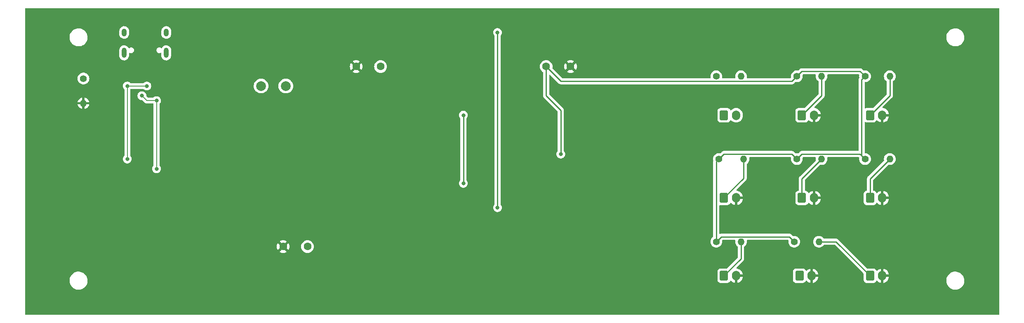
<source format=gbl>
%TF.GenerationSoftware,KiCad,Pcbnew,7.0.1*%
%TF.CreationDate,2023-08-04T20:18:17+09:00*%
%TF.ProjectId,FNF_Controller,464e465f-436f-46e7-9472-6f6c6c65722e,rev?*%
%TF.SameCoordinates,PX337f980PY7ed6b40*%
%TF.FileFunction,Copper,L2,Bot*%
%TF.FilePolarity,Positive*%
%FSLAX46Y46*%
G04 Gerber Fmt 4.6, Leading zero omitted, Abs format (unit mm)*
G04 Created by KiCad (PCBNEW 7.0.1) date 2023-08-04 20:18:17*
%MOMM*%
%LPD*%
G01*
G04 APERTURE LIST*
G04 Aperture macros list*
%AMRoundRect*
0 Rectangle with rounded corners*
0 $1 Rounding radius*
0 $2 $3 $4 $5 $6 $7 $8 $9 X,Y pos of 4 corners*
0 Add a 4 corners polygon primitive as box body*
4,1,4,$2,$3,$4,$5,$6,$7,$8,$9,$2,$3,0*
0 Add four circle primitives for the rounded corners*
1,1,$1+$1,$2,$3*
1,1,$1+$1,$4,$5*
1,1,$1+$1,$6,$7*
1,1,$1+$1,$8,$9*
0 Add four rect primitives between the rounded corners*
20,1,$1+$1,$2,$3,$4,$5,0*
20,1,$1+$1,$4,$5,$6,$7,0*
20,1,$1+$1,$6,$7,$8,$9,0*
20,1,$1+$1,$8,$9,$2,$3,0*%
G04 Aperture macros list end*
%TA.AperFunction,ComponentPad*%
%ADD10RoundRect,0.250000X-0.600000X-0.750000X0.600000X-0.750000X0.600000X0.750000X-0.600000X0.750000X0*%
%TD*%
%TA.AperFunction,ComponentPad*%
%ADD11O,1.700000X2.000000*%
%TD*%
%TA.AperFunction,ComponentPad*%
%ADD12C,1.400000*%
%TD*%
%TA.AperFunction,ComponentPad*%
%ADD13O,1.400000X1.400000*%
%TD*%
%TA.AperFunction,ComponentPad*%
%ADD14C,1.600000*%
%TD*%
%TA.AperFunction,ComponentPad*%
%ADD15C,2.000000*%
%TD*%
%TA.AperFunction,ComponentPad*%
%ADD16O,1.000000X2.100000*%
%TD*%
%TA.AperFunction,ComponentPad*%
%ADD17O,1.000000X1.600000*%
%TD*%
%TA.AperFunction,ViaPad*%
%ADD18C,0.800000*%
%TD*%
%TA.AperFunction,Conductor*%
%ADD19C,0.250000*%
%TD*%
%TA.AperFunction,Conductor*%
%ADD20C,0.200000*%
%TD*%
G04 APERTURE END LIST*
D10*
%TO.P,SW6,1,A*%
%TO.N,Net-(U2-PC2)*%
X143500000Y8000000D03*
D11*
%TO.P,SW6,2,A*%
%TO.N,GNDREF*%
X146000000Y8000000D03*
%TD*%
D10*
%TO.P,SW4,1,A*%
%TO.N,Net-(U2-PC4)*%
X159500000Y24000000D03*
D11*
%TO.P,SW4,2,A*%
%TO.N,GNDREF*%
X162000000Y24000000D03*
%TD*%
D12*
%TO.P,R6,1*%
%TO.N,Net-(U1-VCC)*%
X172460000Y32000000D03*
D13*
%TO.P,R6,2*%
%TO.N,Net-(U2-PC3)*%
X177540000Y32000000D03*
%TD*%
D12*
%TO.P,R7,1*%
%TO.N,Net-(U1-VCC)*%
X141920000Y15000000D03*
D13*
%TO.P,R7,2*%
%TO.N,Net-(U2-PC2)*%
X147000000Y15000000D03*
%TD*%
D10*
%TO.P,SW5,1,A*%
%TO.N,Net-(U2-PC3)*%
X173500000Y24000000D03*
D11*
%TO.P,SW5,2,A*%
%TO.N,GNDREF*%
X176000000Y24000000D03*
%TD*%
D10*
%TO.P,SW8,1,A*%
%TO.N,Net-(U2-PC1)*%
X173500000Y8000000D03*
D11*
%TO.P,SW8,2,A*%
%TO.N,GNDREF*%
X176000000Y8000000D03*
%TD*%
D10*
%TO.P,SW3,1,A*%
%TO.N,Net-(U2-PC5)*%
X143500000Y24000000D03*
D11*
%TO.P,SW3,2,A*%
%TO.N,GNDREF*%
X146000000Y24000000D03*
%TD*%
D12*
%TO.P,R3,1*%
%TO.N,Net-(U1-VCC)*%
X172460000Y49000000D03*
D13*
%TO.P,R3,2*%
%TO.N,Net-(U2-PC6)*%
X177540000Y49000000D03*
%TD*%
D12*
%TO.P,R8,1*%
%TO.N,Net-(U1-VCC)*%
X157920000Y15000000D03*
D13*
%TO.P,R8,2*%
%TO.N,Net-(U2-PC1)*%
X163000000Y15000000D03*
%TD*%
D12*
%TO.P,R9,1*%
%TO.N,Net-(D1-A)*%
X141920000Y49000000D03*
D13*
%TO.P,R9,2*%
%TO.N,Net-(U1-V33)*%
X147000000Y49000000D03*
%TD*%
D10*
%TO.P,SW7,1,A*%
%TO.N,Net-(U2-PC1)*%
X159000000Y8000000D03*
D11*
%TO.P,SW7,2,A*%
%TO.N,GNDREF*%
X161500000Y8000000D03*
%TD*%
D14*
%TO.P,C3,1*%
%TO.N,GNDREF*%
X53000000Y14000000D03*
%TO.P,C3,2*%
%TO.N,Net-(U1-V33)*%
X58000000Y14000000D03*
%TD*%
D12*
%TO.P,R1,1*%
%TO.N,Net-(J1-CC1)*%
X12000000Y48540000D03*
D13*
%TO.P,R1,2*%
%TO.N,GNDREF*%
X12000000Y43460000D03*
%TD*%
D14*
%TO.P,C1,1*%
%TO.N,GNDREF*%
X68000000Y51000000D03*
%TO.P,C1,2*%
%TO.N,Net-(U1-VCC)*%
X73000000Y51000000D03*
%TD*%
D12*
%TO.P,R2,1*%
%TO.N,Net-(U1-VCC)*%
X158460000Y49000000D03*
D13*
%TO.P,R2,2*%
%TO.N,Net-(U2-PC7)*%
X163540000Y49000000D03*
%TD*%
D12*
%TO.P,R4,1*%
%TO.N,Net-(U1-VCC)*%
X142460000Y32000000D03*
D13*
%TO.P,R4,2*%
%TO.N,Net-(U2-PC5)*%
X147540000Y32000000D03*
%TD*%
D15*
%TO.P,F1,1*%
%TO.N,Net-(U1-VCC)*%
X53540000Y47000000D03*
%TO.P,F1,2*%
%TO.N,Net-(J1-VBUS-PadA4)*%
X48460000Y47010000D03*
%TD*%
D10*
%TO.P,D1,1,K*%
%TO.N,Net-(D1-K)*%
X143500000Y41000000D03*
D11*
%TO.P,D1,2,A*%
%TO.N,Net-(D1-A)*%
X146000000Y41000000D03*
%TD*%
D12*
%TO.P,R5,1*%
%TO.N,Net-(U1-VCC)*%
X158460000Y32000000D03*
D13*
%TO.P,R5,2*%
%TO.N,Net-(U2-PC4)*%
X163540000Y32000000D03*
%TD*%
D16*
%TO.P,J1,S1,SHIELD*%
%TO.N,unconnected-(J1-SHIELD-PadS1)*%
X29000000Y53820000D03*
D17*
X29000000Y58000000D03*
D16*
X20360000Y53820000D03*
D17*
X20360000Y58000000D03*
%TD*%
D14*
%TO.P,C2,1*%
%TO.N,Net-(U1-VCC)*%
X107000000Y51000000D03*
%TO.P,C2,2*%
%TO.N,GNDREF*%
X112000000Y51000000D03*
%TD*%
D10*
%TO.P,SW1,1,A*%
%TO.N,Net-(U2-PC7)*%
X159500000Y41000000D03*
D11*
%TO.P,SW1,2,A*%
%TO.N,GNDREF*%
X162000000Y41000000D03*
%TD*%
D10*
%TO.P,SW2,1,A*%
%TO.N,Net-(U2-PC6)*%
X173500000Y41000000D03*
D11*
%TO.P,SW2,2,A*%
%TO.N,GNDREF*%
X176000000Y41000000D03*
%TD*%
D18*
%TO.N,GNDREF*%
X18000000Y50000000D03*
X85000000Y10000000D03*
X173000000Y56000000D03*
X113000000Y17000000D03*
X104000000Y21000000D03*
X152000000Y38000000D03*
X57000000Y57000000D03*
X170000000Y27000000D03*
X41000000Y39000000D03*
X73000000Y22000000D03*
X156000000Y58000000D03*
X152000000Y44000000D03*
X39000000Y52000000D03*
X129000000Y38000000D03*
X68000000Y8000000D03*
X128000000Y52000000D03*
X188000000Y41000000D03*
X168000000Y46000000D03*
X91000000Y46000000D03*
X43000000Y59000000D03*
X11000000Y35000000D03*
X18000000Y29000000D03*
X42000000Y19000000D03*
X98000000Y11000000D03*
X152000000Y10000000D03*
X170000000Y16000000D03*
X125000000Y29000000D03*
X153000000Y27000000D03*
X105050000Y31050000D03*
X46000000Y4000000D03*
X103000000Y49000000D03*
X131000000Y5000000D03*
X184000000Y15000000D03*
X18000000Y17000000D03*
X73000000Y30000000D03*
X30000000Y15000000D03*
X191000000Y28000000D03*
X126000000Y45000000D03*
X78000000Y45000000D03*
X115000000Y5000000D03*
X168000000Y39000000D03*
X5000000Y47000000D03*
X137000000Y14000000D03*
X91000000Y59000000D03*
%TO.N,Net-(U1-VCC)*%
X110000000Y33000000D03*
%TO.N,Net-(U1-V33)*%
X97000000Y58000000D03*
X97000000Y22000000D03*
%TO.N,Net-(D1-K)*%
X90000000Y41000000D03*
X90000000Y27000000D03*
%TO.N,D+*%
X25000000Y47000000D03*
X21000000Y32000000D03*
X21000000Y47000000D03*
%TO.N,D-*%
X27000000Y30000000D03*
X27000000Y44000000D03*
X24000000Y45000000D03*
%TD*%
D19*
%TO.N,Net-(U1-VCC)*%
X171435000Y33025000D02*
X172460000Y32000000D01*
X110025000Y47975000D02*
X107000000Y51000000D01*
X172460000Y49000000D02*
X171435000Y50025000D01*
X171435000Y50025000D02*
X159485000Y50025000D01*
X172460000Y32000000D02*
X171760000Y32700000D01*
X141920000Y15000000D02*
X141920000Y31460000D01*
X157435000Y47975000D02*
X110025000Y47975000D01*
X107000000Y45000000D02*
X110000000Y42000000D01*
X157435000Y33025000D02*
X158460000Y32000000D01*
X143485000Y33025000D02*
X157435000Y33025000D01*
X171760000Y32700000D02*
X171760000Y48300000D01*
X156895000Y16025000D02*
X142945000Y16025000D01*
X142460000Y32000000D02*
X143485000Y33025000D01*
X159485000Y33025000D02*
X171435000Y33025000D01*
X159485000Y50025000D02*
X158460000Y49000000D01*
X171760000Y48300000D02*
X172460000Y49000000D01*
X158460000Y49000000D02*
X157435000Y47975000D01*
X141920000Y31460000D02*
X142460000Y32000000D01*
X142945000Y16025000D02*
X141920000Y15000000D01*
X107000000Y51000000D02*
X107000000Y45000000D01*
X110000000Y42000000D02*
X110000000Y33000000D01*
X157920000Y15000000D02*
X156895000Y16025000D01*
X158460000Y32000000D02*
X159485000Y33025000D01*
%TO.N,Net-(U1-V33)*%
X97000000Y42590991D02*
X97000000Y58000000D01*
X97000000Y22000000D02*
X97000000Y42590991D01*
%TO.N,Net-(D1-K)*%
X90000000Y41000000D02*
X90000000Y27000000D01*
D20*
%TO.N,D+*%
X21000000Y47000000D02*
X21000000Y32000000D01*
X25000000Y47000000D02*
X21000000Y47000000D01*
%TO.N,D-*%
X27000000Y44000000D02*
X27000000Y30000000D01*
X25000000Y44000000D02*
X27000000Y44000000D01*
X24000000Y45000000D02*
X25000000Y44000000D01*
D19*
%TO.N,Net-(U2-PC7)*%
X163540000Y45040000D02*
X163540000Y49000000D01*
X159500000Y41000000D02*
X163540000Y45040000D01*
%TO.N,Net-(U2-PC6)*%
X177540000Y45040000D02*
X173500000Y41000000D01*
X177540000Y49000000D02*
X177540000Y45040000D01*
%TO.N,Net-(U2-PC5)*%
X147540000Y28040000D02*
X147540000Y32000000D01*
X143500000Y24000000D02*
X147540000Y28040000D01*
%TO.N,Net-(U2-PC4)*%
X159500000Y24000000D02*
X159500000Y27960000D01*
X159500000Y27960000D02*
X163540000Y32000000D01*
%TO.N,Net-(U2-PC3)*%
X173500000Y27960000D02*
X177540000Y32000000D01*
X173500000Y24000000D02*
X173500000Y27960000D01*
%TO.N,Net-(U2-PC2)*%
X147000000Y11500000D02*
X147000000Y15000000D01*
X143500000Y8000000D02*
X147000000Y11500000D01*
%TO.N,Net-(U2-PC1)*%
X173500000Y8000000D02*
X166500000Y15000000D01*
X166500000Y15000000D02*
X163000000Y15000000D01*
%TD*%
%TA.AperFunction,Conductor*%
%TO.N,GNDREF*%
G36*
X199937500Y62982887D02*
G01*
X199982887Y62937500D01*
X199999500Y62875500D01*
X199999500Y124500D01*
X199982887Y62500D01*
X199937500Y17113D01*
X199875500Y500D01*
X124500Y500D01*
X62500Y17113D01*
X17113Y62500D01*
X500Y124500D01*
X500Y6932236D01*
X9145787Y6932236D01*
X9175413Y6662984D01*
X9243928Y6400913D01*
X9349871Y6151608D01*
X9490982Y5920389D01*
X9580253Y5813119D01*
X9664255Y5712180D01*
X9865998Y5531418D01*
X10091910Y5381956D01*
X10198211Y5332124D01*
X10337177Y5266979D01*
X10596562Y5188942D01*
X10596569Y5188940D01*
X10864561Y5149500D01*
X11067631Y5149500D01*
X11067634Y5149500D01*
X11270156Y5164323D01*
X11270156Y5164324D01*
X11534553Y5223220D01*
X11787558Y5319986D01*
X12023777Y5452559D01*
X12238177Y5618112D01*
X12426186Y5813119D01*
X12583799Y6033421D01*
X12707656Y6274325D01*
X12795118Y6530695D01*
X12844319Y6797067D01*
X12854212Y7067765D01*
X12824586Y7337018D01*
X12756072Y7599088D01*
X12650130Y7848390D01*
X12509018Y8079610D01*
X12509017Y8079612D01*
X12335746Y8287819D01*
X12230758Y8381888D01*
X12134002Y8468582D01*
X11908090Y8618044D01*
X11908086Y8618046D01*
X11662822Y8733022D01*
X11403437Y8811059D01*
X11403431Y8811060D01*
X11135439Y8850500D01*
X10932369Y8850500D01*
X10932366Y8850500D01*
X10729843Y8835678D01*
X10465449Y8776781D01*
X10212441Y8680014D01*
X9976223Y8547441D01*
X9761825Y8381891D01*
X9573813Y8186880D01*
X9416201Y7966580D01*
X9292342Y7725671D01*
X9204881Y7469305D01*
X9155680Y7202934D01*
X9145787Y6932236D01*
X500Y6932236D01*
X500Y12920974D01*
X52274526Y12920974D01*
X52347515Y12869867D01*
X52553673Y12773734D01*
X52773397Y12714859D01*
X53000000Y12695034D01*
X53226602Y12714859D01*
X53446326Y12773734D01*
X53652480Y12869866D01*
X53725472Y12920975D01*
X53000001Y13646447D01*
X53000000Y13646447D01*
X52274526Y12920975D01*
X52274526Y12920974D01*
X500Y12920974D01*
X500Y14000000D01*
X51695033Y14000000D01*
X51714858Y13773398D01*
X51773733Y13553674D01*
X51869866Y13347516D01*
X51920972Y13274529D01*
X51920974Y13274528D01*
X52646446Y13999999D01*
X52646446Y14000000D01*
X52646445Y14000001D01*
X53353553Y14000001D01*
X54079025Y13274528D01*
X54130134Y13347520D01*
X54226266Y13553674D01*
X54285141Y13773398D01*
X54304966Y14000000D01*
X54304966Y14000001D01*
X56694531Y14000001D01*
X56714364Y13773311D01*
X56773261Y13553503D01*
X56869432Y13347265D01*
X56999953Y13160860D01*
X57160859Y12999954D01*
X57347264Y12869433D01*
X57347265Y12869433D01*
X57347266Y12869432D01*
X57553504Y12773261D01*
X57773308Y12714365D01*
X58000000Y12694532D01*
X58226692Y12714365D01*
X58446496Y12773261D01*
X58652734Y12869432D01*
X58839139Y12999953D01*
X59000047Y13160861D01*
X59130568Y13347266D01*
X59226739Y13553504D01*
X59285635Y13773308D01*
X59305468Y14000000D01*
X59285635Y14226692D01*
X59226739Y14446496D01*
X59130568Y14652734D01*
X59079635Y14725474D01*
X59000046Y14839141D01*
X58839140Y15000047D01*
X58652735Y15130568D01*
X58446497Y15226739D01*
X58226689Y15285636D01*
X58000000Y15305469D01*
X57773310Y15285636D01*
X57553502Y15226739D01*
X57347264Y15130568D01*
X57160859Y15000047D01*
X56999953Y14839141D01*
X56869432Y14652736D01*
X56773261Y14446498D01*
X56714364Y14226690D01*
X56694531Y14000001D01*
X54304966Y14000001D01*
X54285141Y14226603D01*
X54226266Y14446327D01*
X54130133Y14652485D01*
X54079025Y14725474D01*
X53353553Y14000001D01*
X52646445Y14000001D01*
X51920973Y14725474D01*
X51920973Y14725473D01*
X51869865Y14652484D01*
X51773733Y14446328D01*
X51714858Y14226603D01*
X51695033Y14000000D01*
X500Y14000000D01*
X500Y15079027D01*
X52274526Y15079027D01*
X53000000Y14353554D01*
X53000001Y14353554D01*
X53725472Y15079026D01*
X53725471Y15079028D01*
X53652484Y15130134D01*
X53446326Y15226267D01*
X53226602Y15285142D01*
X53000000Y15304967D01*
X52773397Y15285142D01*
X52553672Y15226267D01*
X52347516Y15130135D01*
X52274527Y15079027D01*
X52274526Y15079027D01*
X500Y15079027D01*
X500Y22000000D01*
X96094540Y22000000D01*
X96114326Y21811743D01*
X96172820Y21631716D01*
X96267466Y21467784D01*
X96394129Y21327111D01*
X96547269Y21215849D01*
X96720197Y21138856D01*
X96905352Y21099500D01*
X96905354Y21099500D01*
X97094646Y21099500D01*
X97094648Y21099500D01*
X97218084Y21125738D01*
X97279803Y21138856D01*
X97452730Y21215849D01*
X97605871Y21327112D01*
X97732533Y21467784D01*
X97827179Y21631716D01*
X97885674Y21811744D01*
X97905460Y22000000D01*
X97885674Y22188256D01*
X97827179Y22368284D01*
X97827179Y22368285D01*
X97732535Y22532214D01*
X97719427Y22546771D01*
X97657347Y22615718D01*
X97633736Y22654249D01*
X97625500Y22698687D01*
X97625500Y51000000D01*
X105694531Y51000000D01*
X105714364Y50773311D01*
X105773261Y50553503D01*
X105869432Y50347265D01*
X105999953Y50160860D01*
X106160859Y49999954D01*
X106321623Y49887387D01*
X106360489Y49843069D01*
X106374500Y49785812D01*
X106374500Y45082744D01*
X106372235Y45062238D01*
X106374439Y44992127D01*
X106374500Y44988232D01*
X106374500Y44960651D01*
X106375003Y44956666D01*
X106375918Y44945033D01*
X106377290Y44901374D01*
X106382879Y44882140D01*
X106386825Y44863084D01*
X106389335Y44843208D01*
X106405414Y44802596D01*
X106409197Y44791549D01*
X106421382Y44749609D01*
X106431580Y44732365D01*
X106440136Y44714900D01*
X106447514Y44696268D01*
X106447515Y44696267D01*
X106473180Y44660941D01*
X106479593Y44651178D01*
X106501826Y44613584D01*
X106501829Y44613581D01*
X106501830Y44613580D01*
X106515995Y44599415D01*
X106528627Y44584625D01*
X106540406Y44568413D01*
X106574058Y44540574D01*
X106582699Y44532711D01*
X109338181Y41777229D01*
X109365061Y41737001D01*
X109374500Y41689548D01*
X109374500Y33698687D01*
X109366264Y33654249D01*
X109342652Y33615718D01*
X109319639Y33590159D01*
X109267464Y33532214D01*
X109172820Y33368285D01*
X109114326Y33188258D01*
X109094540Y33000000D01*
X109114326Y32811743D01*
X109172820Y32631716D01*
X109267466Y32467784D01*
X109394129Y32327111D01*
X109547269Y32215849D01*
X109720197Y32138856D01*
X109905352Y32099500D01*
X109905354Y32099500D01*
X110094646Y32099500D01*
X110094648Y32099500D01*
X110218084Y32125738D01*
X110279803Y32138856D01*
X110452730Y32215849D01*
X110538339Y32278047D01*
X110605870Y32327111D01*
X110638350Y32363183D01*
X110732533Y32467784D01*
X110827179Y32631716D01*
X110885674Y32811744D01*
X110905460Y33000000D01*
X110885674Y33188256D01*
X110855332Y33281637D01*
X110827179Y33368285D01*
X110732535Y33532214D01*
X110714886Y33551815D01*
X110657347Y33615718D01*
X110633736Y33654249D01*
X110625500Y33698687D01*
X110625500Y40199992D01*
X142149500Y40199992D01*
X142160000Y40097204D01*
X142215186Y39930666D01*
X142307288Y39781343D01*
X142431342Y39657289D01*
X142431344Y39657288D01*
X142580666Y39565186D01*
X142692016Y39528288D01*
X142747202Y39510001D01*
X142757703Y39508929D01*
X142849991Y39499500D01*
X144150008Y39499501D01*
X144252797Y39510001D01*
X144419334Y39565186D01*
X144568656Y39657288D01*
X144692712Y39781344D01*
X144784814Y39930666D01*
X144784814Y39930669D01*
X144788178Y39936121D01*
X144827091Y39975605D01*
X144879321Y39994186D01*
X144934428Y39988151D01*
X144981398Y39958706D01*
X145128599Y39811505D01*
X145322170Y39675965D01*
X145536337Y39576097D01*
X145748070Y39519364D01*
X145764592Y39514937D01*
X145999999Y39494341D01*
X145999999Y39494342D01*
X146000000Y39494341D01*
X146235408Y39514937D01*
X146463663Y39576097D01*
X146677829Y39675965D01*
X146871401Y39811505D01*
X147038495Y39978599D01*
X147174035Y40172171D01*
X147273903Y40386337D01*
X147335063Y40614592D01*
X147350500Y40791034D01*
X147350500Y41208966D01*
X147348363Y41233387D01*
X147335063Y41385408D01*
X147295726Y41532217D01*
X147273903Y41613663D01*
X147174035Y41827829D01*
X147038495Y42021401D01*
X146871401Y42188495D01*
X146677830Y42324035D01*
X146463663Y42423903D01*
X146402501Y42440291D01*
X146235407Y42485064D01*
X145999999Y42505660D01*
X145764592Y42485064D01*
X145536336Y42423903D01*
X145322170Y42324035D01*
X145128601Y42188497D01*
X144981398Y42041294D01*
X144934428Y42011849D01*
X144879321Y42005815D01*
X144827091Y42024396D01*
X144788178Y42063880D01*
X144692711Y42218658D01*
X144568657Y42342712D01*
X144419334Y42434814D01*
X144252797Y42490000D01*
X144150009Y42500500D01*
X142849991Y42500500D01*
X142747203Y42490000D01*
X142580665Y42434814D01*
X142431342Y42342712D01*
X142307288Y42218658D01*
X142215186Y42069335D01*
X142160000Y41902798D01*
X142149500Y41800010D01*
X142149500Y40199992D01*
X110625500Y40199992D01*
X110625500Y41917256D01*
X110627764Y41937764D01*
X110625561Y42007887D01*
X110625500Y42011781D01*
X110625500Y42039346D01*
X110625500Y42039350D01*
X110624997Y42043330D01*
X110624081Y42054972D01*
X110623630Y42069335D01*
X110622710Y42098627D01*
X110617118Y42117874D01*
X110613174Y42136915D01*
X110610664Y42156792D01*
X110594579Y42197417D01*
X110590808Y42208432D01*
X110578618Y42250390D01*
X110568414Y42267645D01*
X110559861Y42285105D01*
X110559527Y42285948D01*
X110552486Y42303732D01*
X110526808Y42339075D01*
X110520401Y42348829D01*
X110498169Y42386421D01*
X110484006Y42400584D01*
X110471367Y42415383D01*
X110459595Y42431587D01*
X110425941Y42459427D01*
X110417299Y42467291D01*
X107661819Y45222772D01*
X107634939Y45263000D01*
X107625500Y45310453D01*
X107625500Y49190548D01*
X107639015Y49246843D01*
X107676615Y49290866D01*
X107730102Y49313021D01*
X107787818Y49308479D01*
X107837180Y49278230D01*
X108682651Y48432758D01*
X109524196Y47591213D01*
X109537096Y47575112D01*
X109588223Y47527100D01*
X109591019Y47524390D01*
X109610529Y47504880D01*
X109613711Y47502412D01*
X109622571Y47494845D01*
X109654418Y47464938D01*
X109662031Y47460753D01*
X109671972Y47455288D01*
X109688236Y47444604D01*
X109699972Y47435501D01*
X109704064Y47432327D01*
X109728909Y47421576D01*
X109744152Y47414979D01*
X109754631Y47409846D01*
X109792908Y47388803D01*
X109812306Y47383823D01*
X109830708Y47377523D01*
X109849104Y47369562D01*
X109892261Y47362727D01*
X109903664Y47360366D01*
X109945981Y47349500D01*
X109966016Y47349500D01*
X109985413Y47347974D01*
X110005196Y47344840D01*
X110048674Y47348950D01*
X110060344Y47349500D01*
X157352256Y47349500D01*
X157372762Y47347236D01*
X157375665Y47347328D01*
X157375667Y47347327D01*
X157442872Y47349439D01*
X157446768Y47349500D01*
X157474349Y47349500D01*
X157474350Y47349500D01*
X157478319Y47350002D01*
X157489965Y47350920D01*
X157533627Y47352291D01*
X157552859Y47357880D01*
X157571918Y47361826D01*
X157579091Y47362732D01*
X157591792Y47364336D01*
X157632407Y47380418D01*
X157643444Y47384197D01*
X157685390Y47396382D01*
X157702629Y47406578D01*
X157720102Y47415138D01*
X157738732Y47422514D01*
X157774064Y47448186D01*
X157783830Y47454600D01*
X157821418Y47476829D01*
X157821417Y47476829D01*
X157821420Y47476830D01*
X157835585Y47490996D01*
X157850373Y47503627D01*
X157866587Y47515406D01*
X157894438Y47549074D01*
X157902279Y47557691D01*
X158130106Y47785518D01*
X158181105Y47816286D01*
X158240570Y47819724D01*
X158348757Y47799500D01*
X158571241Y47799500D01*
X158571243Y47799500D01*
X158789940Y47840382D01*
X158997401Y47920753D01*
X159186562Y48037876D01*
X159350981Y48187764D01*
X159485058Y48365311D01*
X159584229Y48564472D01*
X159585904Y48570356D01*
X159607116Y48644915D01*
X159645115Y48778464D01*
X159665643Y49000000D01*
X159645115Y49221536D01*
X159644055Y49232978D01*
X159647325Y49233282D01*
X159646809Y49278049D01*
X159679144Y49334555D01*
X159707776Y49363186D01*
X159748000Y49390061D01*
X159795452Y49399500D01*
X162241318Y49399500D01*
X162296590Y49386500D01*
X162340273Y49350226D01*
X162363207Y49298284D01*
X162360584Y49241567D01*
X162358227Y49233282D01*
X162354884Y49221534D01*
X162334357Y49000000D01*
X162354885Y48778463D01*
X162415769Y48564474D01*
X162514941Y48365312D01*
X162649019Y48187763D01*
X162813439Y48037875D01*
X162855778Y48011659D01*
X162898829Y47966572D01*
X162914500Y47906233D01*
X162914500Y45350452D01*
X162905061Y45302999D01*
X162878181Y45262771D01*
X160152227Y42536819D01*
X160111999Y42509939D01*
X160064546Y42500500D01*
X158849991Y42500500D01*
X158747203Y42490000D01*
X158580665Y42434814D01*
X158431342Y42342712D01*
X158307288Y42218658D01*
X158215186Y42069335D01*
X158160000Y41902798D01*
X158149500Y41800010D01*
X158149500Y40199992D01*
X158160000Y40097204D01*
X158215186Y39930666D01*
X158307288Y39781343D01*
X158431342Y39657289D01*
X158431344Y39657288D01*
X158580666Y39565186D01*
X158692016Y39528288D01*
X158747202Y39510001D01*
X158757703Y39508929D01*
X158849991Y39499500D01*
X160150008Y39499501D01*
X160252797Y39510001D01*
X160419334Y39565186D01*
X160568656Y39657288D01*
X160692712Y39781344D01*
X160784814Y39930666D01*
X160784814Y39930669D01*
X160788448Y39936559D01*
X160827361Y39976043D01*
X160879591Y39994624D01*
X160934698Y39988589D01*
X160981668Y39959144D01*
X161128918Y39811894D01*
X161322423Y39676400D01*
X161536507Y39576570D01*
X161749999Y39519365D01*
X161750000Y39519364D01*
X161750000Y40750000D01*
X162250000Y40750000D01*
X162250000Y39519365D01*
X162463492Y39576570D01*
X162677578Y39676401D01*
X162871078Y39811891D01*
X163038109Y39978922D01*
X163173599Y40172422D01*
X163273430Y40386508D01*
X163334569Y40614682D01*
X163346407Y40750000D01*
X162250000Y40750000D01*
X161750000Y40750000D01*
X161750000Y41126000D01*
X161766613Y41188000D01*
X161812000Y41233387D01*
X161874000Y41250000D01*
X163346407Y41250000D01*
X163346407Y41250001D01*
X163334569Y41385319D01*
X163273430Y41613493D01*
X163173599Y41827579D01*
X163038109Y42021079D01*
X162871081Y42188107D01*
X162677576Y42323601D01*
X162463492Y42423431D01*
X162235318Y42484570D01*
X162163520Y42490852D01*
X162098842Y42516005D01*
X162057807Y42571970D01*
X162053268Y42641219D01*
X162086645Y42702057D01*
X163923786Y44539198D01*
X163939887Y44552096D01*
X163941874Y44554213D01*
X163941877Y44554214D01*
X163987932Y44603259D01*
X163990613Y44606024D01*
X163998173Y44613584D01*
X164010120Y44625530D01*
X164012581Y44628705D01*
X164020152Y44637569D01*
X164050062Y44669418D01*
X164059712Y44686973D01*
X164070400Y44703243D01*
X164082673Y44719064D01*
X164100022Y44759159D01*
X164105157Y44769638D01*
X164113136Y44784151D01*
X164126197Y44807908D01*
X164131178Y44827310D01*
X164137478Y44845713D01*
X164145438Y44864105D01*
X164152270Y44907252D01*
X164154639Y44918685D01*
X164165500Y44960980D01*
X164165500Y44981016D01*
X164167027Y45000415D01*
X164170160Y45020196D01*
X164166050Y45063675D01*
X164165500Y45075344D01*
X164165500Y47906233D01*
X164181171Y47966572D01*
X164224222Y48011659D01*
X164266560Y48037875D01*
X164266559Y48037875D01*
X164266562Y48037876D01*
X164430981Y48187764D01*
X164565058Y48365311D01*
X164664229Y48564472D01*
X164665904Y48570356D01*
X164687116Y48644915D01*
X164725115Y48778464D01*
X164745643Y49000000D01*
X164725115Y49221536D01*
X164719415Y49241567D01*
X164716793Y49298284D01*
X164739727Y49350226D01*
X164783410Y49386500D01*
X164838682Y49399500D01*
X171124548Y49399500D01*
X171172001Y49390061D01*
X171212229Y49363181D01*
X171240854Y49334556D01*
X171273191Y49278047D01*
X171272674Y49233281D01*
X171275945Y49232977D01*
X171254357Y49000000D01*
X171275945Y48767023D01*
X171273739Y48766819D01*
X171274636Y48720433D01*
X171255631Y48685322D01*
X171257482Y48684304D01*
X171240285Y48653026D01*
X171229609Y48636772D01*
X171217326Y48620937D01*
X171199975Y48580842D01*
X171194838Y48570356D01*
X171173802Y48532093D01*
X171168821Y48512691D01*
X171162520Y48494289D01*
X171154561Y48475898D01*
X171147728Y48432758D01*
X171145360Y48421326D01*
X171134500Y48379022D01*
X171134500Y48358984D01*
X171132973Y48339585D01*
X171129840Y48319806D01*
X171133950Y48276325D01*
X171134500Y48264656D01*
X171134500Y33774500D01*
X171117887Y33712500D01*
X171072500Y33667113D01*
X171010500Y33650500D01*
X159567744Y33650500D01*
X159547237Y33652765D01*
X159477127Y33650561D01*
X159473232Y33650500D01*
X159445650Y33650500D01*
X159441665Y33649997D01*
X159430033Y33649082D01*
X159386369Y33647710D01*
X159367129Y33642120D01*
X159348081Y33638175D01*
X159328209Y33635665D01*
X159287599Y33619587D01*
X159276554Y33615806D01*
X159234610Y33603619D01*
X159217365Y33593421D01*
X159199904Y33584867D01*
X159181267Y33577488D01*
X159145931Y33551815D01*
X159136174Y33545405D01*
X159098580Y33523171D01*
X159084413Y33509004D01*
X159069624Y33496374D01*
X159053413Y33484596D01*
X159025572Y33450942D01*
X159017711Y33442303D01*
X158789893Y33214485D01*
X158738892Y33183715D01*
X158679428Y33180277D01*
X158571243Y33200500D01*
X158348757Y33200500D01*
X158304623Y33192251D01*
X158240571Y33180277D01*
X158181107Y33183715D01*
X158130106Y33214485D01*
X157935802Y33408789D01*
X157922906Y33424887D01*
X157871775Y33472902D01*
X157868978Y33475613D01*
X157849470Y33495121D01*
X157846290Y33497588D01*
X157837424Y33505161D01*
X157805582Y33535062D01*
X157788024Y33544715D01*
X157771764Y33555396D01*
X157755936Y33567673D01*
X157715851Y33585020D01*
X157705361Y33590159D01*
X157667091Y33611198D01*
X157647691Y33616179D01*
X157629284Y33622481D01*
X157610897Y33630438D01*
X157567758Y33637271D01*
X157556324Y33639639D01*
X157514019Y33650500D01*
X157493984Y33650500D01*
X157474586Y33652027D01*
X157467162Y33653203D01*
X157454805Y33655160D01*
X157454804Y33655160D01*
X157445167Y33654249D01*
X157411325Y33651050D01*
X157399656Y33650500D01*
X143567744Y33650500D01*
X143547237Y33652765D01*
X143477127Y33650561D01*
X143473232Y33650500D01*
X143445650Y33650500D01*
X143441665Y33649997D01*
X143430033Y33649082D01*
X143386369Y33647710D01*
X143367129Y33642120D01*
X143348081Y33638175D01*
X143328209Y33635665D01*
X143287599Y33619587D01*
X143276554Y33615806D01*
X143234610Y33603619D01*
X143217365Y33593421D01*
X143199904Y33584867D01*
X143181267Y33577488D01*
X143145931Y33551815D01*
X143136174Y33545405D01*
X143098580Y33523171D01*
X143084413Y33509004D01*
X143069624Y33496374D01*
X143053413Y33484596D01*
X143025572Y33450942D01*
X143017711Y33442303D01*
X142789893Y33214485D01*
X142738892Y33183715D01*
X142679428Y33180277D01*
X142571243Y33200500D01*
X142348757Y33200500D01*
X142176328Y33168267D01*
X142130060Y33159618D01*
X141922595Y33079246D01*
X141733437Y32962125D01*
X141569019Y32812238D01*
X141434941Y32634689D01*
X141335769Y32435527D01*
X141274885Y32221538D01*
X141254357Y32000001D01*
X141274885Y31778463D01*
X141307392Y31664213D01*
X141310599Y31610881D01*
X141307729Y31592761D01*
X141305361Y31581324D01*
X141294500Y31539019D01*
X141294500Y31518984D01*
X141292973Y31499585D01*
X141289840Y31479806D01*
X141293950Y31436325D01*
X141294500Y31424656D01*
X141294500Y16093767D01*
X141278829Y16033428D01*
X141235778Y15988341D01*
X141193439Y15962126D01*
X141029019Y15812238D01*
X140894941Y15634689D01*
X140795769Y15435527D01*
X140734885Y15221538D01*
X140714357Y15000001D01*
X140734885Y14778463D01*
X140795769Y14564474D01*
X140894941Y14365312D01*
X141029019Y14187763D01*
X141193437Y14037876D01*
X141382595Y13920755D01*
X141382597Y13920755D01*
X141382599Y13920753D01*
X141590060Y13840382D01*
X141808757Y13799500D01*
X142031241Y13799500D01*
X142031243Y13799500D01*
X142249940Y13840382D01*
X142457401Y13920753D01*
X142646562Y14037876D01*
X142810981Y14187764D01*
X142945058Y14365311D01*
X143044229Y14564472D01*
X143105115Y14778464D01*
X143125643Y15000000D01*
X143105115Y15221536D01*
X143104055Y15232978D01*
X143107325Y15233282D01*
X143106809Y15278049D01*
X143139144Y15334555D01*
X143167776Y15363186D01*
X143208000Y15390061D01*
X143255452Y15399500D01*
X145701318Y15399500D01*
X145756590Y15386500D01*
X145800273Y15350226D01*
X145823207Y15298284D01*
X145820584Y15241567D01*
X145818227Y15233282D01*
X145814884Y15221534D01*
X145794357Y15000001D01*
X145814885Y14778463D01*
X145875769Y14564474D01*
X145974941Y14365312D01*
X146109019Y14187763D01*
X146273439Y14037875D01*
X146315778Y14011659D01*
X146358829Y13966572D01*
X146374500Y13906233D01*
X146374500Y11810453D01*
X146365061Y11763000D01*
X146338181Y11722772D01*
X144152226Y9536819D01*
X144111998Y9509939D01*
X144064545Y9500500D01*
X142849991Y9500500D01*
X142747203Y9490000D01*
X142580665Y9434814D01*
X142431342Y9342712D01*
X142307288Y9218658D01*
X142215186Y9069335D01*
X142160000Y8902798D01*
X142149500Y8800010D01*
X142149500Y7199992D01*
X142160000Y7097204D01*
X142215186Y6930666D01*
X142307288Y6781343D01*
X142431342Y6657289D01*
X142431344Y6657288D01*
X142580666Y6565186D01*
X142684750Y6530696D01*
X142747202Y6510001D01*
X142757702Y6508929D01*
X142849991Y6499500D01*
X144150008Y6499501D01*
X144252797Y6510001D01*
X144419334Y6565186D01*
X144568656Y6657288D01*
X144692712Y6781344D01*
X144784814Y6930666D01*
X144784814Y6930669D01*
X144788448Y6936559D01*
X144827361Y6976043D01*
X144879591Y6994624D01*
X144934698Y6988589D01*
X144981668Y6959144D01*
X145128918Y6811894D01*
X145322423Y6676400D01*
X145536507Y6576570D01*
X145749999Y6519365D01*
X145750000Y6519364D01*
X145750000Y7750000D01*
X146250000Y7750000D01*
X146250000Y6519365D01*
X146463492Y6576570D01*
X146677578Y6676401D01*
X146871078Y6811891D01*
X147038109Y6978922D01*
X147173599Y7172422D01*
X147186455Y7199992D01*
X157649500Y7199992D01*
X157660000Y7097204D01*
X157715186Y6930666D01*
X157807288Y6781343D01*
X157931342Y6657289D01*
X157931344Y6657288D01*
X158080666Y6565186D01*
X158184750Y6530696D01*
X158247202Y6510001D01*
X158257702Y6508929D01*
X158349991Y6499500D01*
X159650008Y6499501D01*
X159752797Y6510001D01*
X159919334Y6565186D01*
X160068656Y6657288D01*
X160192712Y6781344D01*
X160284814Y6930666D01*
X160284814Y6930669D01*
X160288448Y6936559D01*
X160327361Y6976043D01*
X160379591Y6994624D01*
X160434698Y6988589D01*
X160481668Y6959144D01*
X160628918Y6811894D01*
X160822423Y6676400D01*
X161036507Y6576570D01*
X161249999Y6519365D01*
X161250000Y6519364D01*
X161250000Y7750000D01*
X161750000Y7750000D01*
X161750000Y6519365D01*
X161963492Y6576570D01*
X162177578Y6676401D01*
X162371078Y6811891D01*
X162538109Y6978922D01*
X162673599Y7172422D01*
X162773430Y7386508D01*
X162834569Y7614682D01*
X162846407Y7750000D01*
X161750000Y7750000D01*
X161250000Y7750000D01*
X161250000Y9480636D01*
X161750000Y9480636D01*
X161750000Y8250000D01*
X162846407Y8250000D01*
X162846407Y8250001D01*
X162834569Y8385319D01*
X162773430Y8613493D01*
X162673599Y8827579D01*
X162538109Y9021079D01*
X162371081Y9188107D01*
X162177576Y9323601D01*
X161963492Y9423431D01*
X161750000Y9480636D01*
X161250000Y9480636D01*
X161249999Y9480636D01*
X161036507Y9423431D01*
X160822421Y9323600D01*
X160628924Y9188112D01*
X160481668Y9040856D01*
X160434698Y9011411D01*
X160379591Y9005377D01*
X160327361Y9023958D01*
X160288448Y9063442D01*
X160192711Y9218658D01*
X160068657Y9342712D01*
X159919334Y9434814D01*
X159752797Y9490000D01*
X159650009Y9500500D01*
X158349991Y9500500D01*
X158247203Y9490000D01*
X158080665Y9434814D01*
X157931342Y9342712D01*
X157807288Y9218658D01*
X157715186Y9069335D01*
X157660000Y8902798D01*
X157649500Y8800010D01*
X157649500Y7199992D01*
X147186455Y7199992D01*
X147273430Y7386508D01*
X147334569Y7614682D01*
X147346407Y7750000D01*
X146250000Y7750000D01*
X145750000Y7750000D01*
X145750000Y8126000D01*
X145766613Y8188000D01*
X145812000Y8233387D01*
X145874000Y8250000D01*
X147346407Y8250000D01*
X147346407Y8250001D01*
X147334569Y8385319D01*
X147273430Y8613493D01*
X147173599Y8827579D01*
X147038109Y9021079D01*
X146871081Y9188107D01*
X146677576Y9323601D01*
X146463492Y9423431D01*
X146235318Y9484570D01*
X146163521Y9490852D01*
X146098843Y9516005D01*
X146057808Y9571970D01*
X146053269Y9641219D01*
X146086646Y9702057D01*
X147383789Y10999200D01*
X147399885Y11012094D01*
X147401873Y11014213D01*
X147401877Y11014214D01*
X147447948Y11063277D01*
X147450566Y11065977D01*
X147470120Y11085529D01*
X147472581Y11088702D01*
X147480156Y11097573D01*
X147510062Y11129418D01*
X147519717Y11146982D01*
X147530394Y11163236D01*
X147542673Y11179064D01*
X147560018Y11219148D01*
X147565160Y11229644D01*
X147586197Y11267908D01*
X147591179Y11287316D01*
X147597481Y11305720D01*
X147605437Y11324104D01*
X147612269Y11367248D01*
X147614633Y11378662D01*
X147625500Y11420981D01*
X147625500Y11441016D01*
X147627027Y11460415D01*
X147627068Y11460679D01*
X147630160Y11480196D01*
X147626050Y11523675D01*
X147625500Y11535344D01*
X147625500Y13906233D01*
X147641171Y13966572D01*
X147684222Y14011659D01*
X147726560Y14037875D01*
X147726559Y14037875D01*
X147726562Y14037876D01*
X147890981Y14187764D01*
X148025058Y14365311D01*
X148124229Y14564472D01*
X148185115Y14778464D01*
X148205643Y15000000D01*
X148185115Y15221536D01*
X148179415Y15241567D01*
X148176793Y15298284D01*
X148199727Y15350226D01*
X148243410Y15386500D01*
X148298682Y15399500D01*
X156584548Y15399500D01*
X156632001Y15390061D01*
X156672229Y15363181D01*
X156700854Y15334556D01*
X156733191Y15278047D01*
X156732674Y15233281D01*
X156735945Y15232977D01*
X156714357Y15000001D01*
X156734885Y14778463D01*
X156795769Y14564474D01*
X156894941Y14365312D01*
X157029019Y14187763D01*
X157193437Y14037876D01*
X157382595Y13920755D01*
X157382597Y13920755D01*
X157382599Y13920753D01*
X157590060Y13840382D01*
X157808757Y13799500D01*
X158031241Y13799500D01*
X158031243Y13799500D01*
X158249940Y13840382D01*
X158457401Y13920753D01*
X158646562Y14037876D01*
X158810981Y14187764D01*
X158945058Y14365311D01*
X159044229Y14564472D01*
X159105115Y14778464D01*
X159125643Y15000000D01*
X159125643Y15000001D01*
X161794357Y15000001D01*
X161814885Y14778463D01*
X161875769Y14564474D01*
X161974941Y14365312D01*
X162109019Y14187763D01*
X162273437Y14037876D01*
X162462595Y13920755D01*
X162462597Y13920755D01*
X162462599Y13920753D01*
X162670060Y13840382D01*
X162888757Y13799500D01*
X163111241Y13799500D01*
X163111243Y13799500D01*
X163329940Y13840382D01*
X163537401Y13920753D01*
X163726562Y14037876D01*
X163890981Y14187764D01*
X163994788Y14325228D01*
X164038470Y14361500D01*
X164093742Y14374500D01*
X166189548Y14374500D01*
X166237001Y14365061D01*
X166277229Y14338181D01*
X172113181Y8502228D01*
X172140061Y8462000D01*
X172149500Y8414547D01*
X172149500Y7199992D01*
X172160000Y7097204D01*
X172215186Y6930666D01*
X172307288Y6781343D01*
X172431342Y6657289D01*
X172431344Y6657288D01*
X172580666Y6565186D01*
X172684750Y6530696D01*
X172747202Y6510001D01*
X172757702Y6508929D01*
X172849991Y6499500D01*
X174150008Y6499501D01*
X174252797Y6510001D01*
X174419334Y6565186D01*
X174568656Y6657288D01*
X174692712Y6781344D01*
X174784814Y6930666D01*
X174784814Y6930669D01*
X174788448Y6936559D01*
X174827361Y6976043D01*
X174879591Y6994624D01*
X174934698Y6988589D01*
X174981668Y6959144D01*
X175128918Y6811894D01*
X175322423Y6676400D01*
X175536507Y6576570D01*
X175749999Y6519365D01*
X175750000Y6519364D01*
X175750000Y7750000D01*
X176250000Y7750000D01*
X176250000Y6519365D01*
X176463492Y6576570D01*
X176677578Y6676401D01*
X176871078Y6811891D01*
X176991423Y6932236D01*
X189145787Y6932236D01*
X189175413Y6662984D01*
X189243928Y6400913D01*
X189349871Y6151608D01*
X189490982Y5920389D01*
X189580253Y5813119D01*
X189664255Y5712180D01*
X189865998Y5531418D01*
X190091910Y5381956D01*
X190198211Y5332124D01*
X190337177Y5266979D01*
X190596562Y5188942D01*
X190596569Y5188940D01*
X190864561Y5149500D01*
X191067631Y5149500D01*
X191067634Y5149500D01*
X191270156Y5164323D01*
X191270156Y5164324D01*
X191534553Y5223220D01*
X191787558Y5319986D01*
X192023777Y5452559D01*
X192238177Y5618112D01*
X192426186Y5813119D01*
X192583799Y6033421D01*
X192707656Y6274325D01*
X192795118Y6530695D01*
X192844319Y6797067D01*
X192854212Y7067765D01*
X192824586Y7337018D01*
X192756072Y7599088D01*
X192650130Y7848390D01*
X192509018Y8079610D01*
X192509017Y8079612D01*
X192335746Y8287819D01*
X192230758Y8381888D01*
X192134002Y8468582D01*
X191908090Y8618044D01*
X191908086Y8618046D01*
X191662822Y8733022D01*
X191403437Y8811059D01*
X191403431Y8811060D01*
X191135439Y8850500D01*
X190932369Y8850500D01*
X190932366Y8850500D01*
X190729843Y8835678D01*
X190465449Y8776781D01*
X190212441Y8680014D01*
X189976223Y8547441D01*
X189761825Y8381891D01*
X189573813Y8186880D01*
X189416201Y7966580D01*
X189292342Y7725671D01*
X189204881Y7469305D01*
X189155680Y7202934D01*
X189145787Y6932236D01*
X176991423Y6932236D01*
X177038109Y6978922D01*
X177173599Y7172422D01*
X177273430Y7386508D01*
X177334569Y7614682D01*
X177346407Y7750000D01*
X176250000Y7750000D01*
X175750000Y7750000D01*
X175750000Y9480636D01*
X176250000Y9480636D01*
X176250000Y8250000D01*
X177346407Y8250000D01*
X177346407Y8250001D01*
X177334569Y8385319D01*
X177273430Y8613493D01*
X177173599Y8827579D01*
X177038109Y9021079D01*
X176871081Y9188107D01*
X176677576Y9323601D01*
X176463492Y9423431D01*
X176250000Y9480636D01*
X175750000Y9480636D01*
X175749999Y9480636D01*
X175536507Y9423431D01*
X175322421Y9323600D01*
X175128924Y9188112D01*
X174981668Y9040856D01*
X174934698Y9011411D01*
X174879591Y9005377D01*
X174827361Y9023958D01*
X174788448Y9063442D01*
X174692711Y9218658D01*
X174568657Y9342712D01*
X174419334Y9434814D01*
X174252797Y9490000D01*
X174150009Y9500500D01*
X172935453Y9500500D01*
X172888000Y9509939D01*
X172847772Y9536819D01*
X167000802Y15383789D01*
X166987906Y15399887D01*
X166936775Y15447902D01*
X166933978Y15450613D01*
X166914470Y15470121D01*
X166911290Y15472588D01*
X166902424Y15480161D01*
X166870582Y15510062D01*
X166853024Y15519715D01*
X166836764Y15530396D01*
X166820936Y15542673D01*
X166780851Y15560020D01*
X166770361Y15565159D01*
X166732091Y15586198D01*
X166712691Y15591179D01*
X166694284Y15597481D01*
X166675897Y15605438D01*
X166632758Y15612271D01*
X166621324Y15614639D01*
X166579019Y15625500D01*
X166558984Y15625500D01*
X166539586Y15627027D01*
X166532162Y15628203D01*
X166519805Y15630160D01*
X166519804Y15630160D01*
X166486751Y15627036D01*
X166476325Y15626050D01*
X166464656Y15625500D01*
X164093742Y15625500D01*
X164038470Y15638500D01*
X163994788Y15674773D01*
X163890980Y15812238D01*
X163726562Y15962125D01*
X163537404Y16079246D01*
X163476174Y16102967D01*
X163329940Y16159618D01*
X163111243Y16200500D01*
X162888757Y16200500D01*
X162716328Y16168267D01*
X162670060Y16159618D01*
X162462595Y16079246D01*
X162273437Y15962125D01*
X162109019Y15812238D01*
X161974941Y15634689D01*
X161875769Y15435527D01*
X161814885Y15221538D01*
X161794357Y15000001D01*
X159125643Y15000001D01*
X159105115Y15221536D01*
X159058179Y15386500D01*
X159044230Y15435527D01*
X158945058Y15634689D01*
X158810980Y15812238D01*
X158646562Y15962125D01*
X158457404Y16079246D01*
X158396174Y16102967D01*
X158249940Y16159618D01*
X158031243Y16200500D01*
X157808757Y16200500D01*
X157764623Y16192251D01*
X157700571Y16180277D01*
X157641107Y16183715D01*
X157590106Y16214485D01*
X157395802Y16408789D01*
X157382906Y16424887D01*
X157331775Y16472902D01*
X157328978Y16475613D01*
X157309470Y16495121D01*
X157306290Y16497588D01*
X157297424Y16505161D01*
X157265582Y16535062D01*
X157248024Y16544715D01*
X157231764Y16555396D01*
X157215936Y16567673D01*
X157175851Y16585020D01*
X157165361Y16590159D01*
X157127091Y16611198D01*
X157107691Y16616179D01*
X157089284Y16622481D01*
X157070897Y16630438D01*
X157027758Y16637271D01*
X157016324Y16639639D01*
X156974019Y16650500D01*
X156953984Y16650500D01*
X156934586Y16652027D01*
X156927162Y16653203D01*
X156914805Y16655160D01*
X156914804Y16655160D01*
X156889468Y16652765D01*
X156871325Y16651050D01*
X156859656Y16650500D01*
X143027744Y16650500D01*
X143007237Y16652765D01*
X142937127Y16650561D01*
X142933232Y16650500D01*
X142905650Y16650500D01*
X142901665Y16649997D01*
X142890033Y16649082D01*
X142846369Y16647710D01*
X142827129Y16642120D01*
X142808081Y16638175D01*
X142788209Y16635665D01*
X142747599Y16619587D01*
X142736556Y16615807D01*
X142704101Y16606376D01*
X142647227Y16603467D01*
X142595051Y16626287D01*
X142558577Y16670023D01*
X142545500Y16725450D01*
X142545500Y22405118D01*
X142559097Y22461573D01*
X142596907Y22505648D01*
X142650637Y22527675D01*
X142708503Y22522824D01*
X142747200Y22510001D01*
X142773358Y22507329D01*
X142849991Y22499500D01*
X144150008Y22499501D01*
X144252797Y22510001D01*
X144419334Y22565186D01*
X144568656Y22657288D01*
X144692712Y22781344D01*
X144784814Y22930666D01*
X144784814Y22930669D01*
X144788448Y22936559D01*
X144827361Y22976043D01*
X144879591Y22994624D01*
X144934698Y22988589D01*
X144981668Y22959144D01*
X145128918Y22811894D01*
X145322423Y22676400D01*
X145536507Y22576570D01*
X145749999Y22519365D01*
X145750000Y22519364D01*
X145750000Y23750000D01*
X146250000Y23750000D01*
X146250000Y22519365D01*
X146463492Y22576570D01*
X146677578Y22676401D01*
X146871078Y22811891D01*
X147038109Y22978922D01*
X147173599Y23172422D01*
X147273430Y23386508D01*
X147334569Y23614682D01*
X147346407Y23750000D01*
X146250000Y23750000D01*
X145750000Y23750000D01*
X145750000Y24126000D01*
X145766613Y24188000D01*
X145812000Y24233387D01*
X145874000Y24250000D01*
X147346407Y24250000D01*
X147346407Y24250001D01*
X147334569Y24385319D01*
X147273430Y24613493D01*
X147173599Y24827579D01*
X147038109Y25021079D01*
X146871081Y25188107D01*
X146677576Y25323601D01*
X146463492Y25423431D01*
X146235318Y25484570D01*
X146163520Y25490852D01*
X146098842Y25516005D01*
X146057807Y25571970D01*
X146053268Y25641219D01*
X146086645Y25702057D01*
X147923786Y27539198D01*
X147939887Y27552096D01*
X147941874Y27554213D01*
X147941877Y27554214D01*
X147987932Y27603259D01*
X147990613Y27606024D01*
X148010120Y27625530D01*
X148012581Y27628705D01*
X148020152Y27637569D01*
X148050062Y27669418D01*
X148059712Y27686973D01*
X148070400Y27703243D01*
X148082673Y27719064D01*
X148100022Y27759159D01*
X148105157Y27769638D01*
X148126196Y27807907D01*
X148126197Y27807908D01*
X148131178Y27827310D01*
X148137478Y27845713D01*
X148145438Y27864105D01*
X148152270Y27907252D01*
X148154639Y27918685D01*
X148165500Y27960980D01*
X148165500Y27981016D01*
X148167027Y28000415D01*
X148170160Y28020196D01*
X148166050Y28063675D01*
X148165500Y28075344D01*
X148165500Y30906233D01*
X148181171Y30966572D01*
X148224222Y31011659D01*
X148266560Y31037875D01*
X148266559Y31037875D01*
X148266562Y31037876D01*
X148430981Y31187764D01*
X148565058Y31365311D01*
X148664229Y31564472D01*
X148725115Y31778464D01*
X148745643Y32000000D01*
X148725115Y32221536D01*
X148719415Y32241567D01*
X148716793Y32298284D01*
X148739727Y32350226D01*
X148783410Y32386500D01*
X148838682Y32399500D01*
X157124548Y32399500D01*
X157172001Y32390061D01*
X157212229Y32363181D01*
X157240854Y32334556D01*
X157273191Y32278047D01*
X157272674Y32233281D01*
X157275945Y32232977D01*
X157254357Y32000001D01*
X157274885Y31778463D01*
X157335769Y31564474D01*
X157434941Y31365312D01*
X157569019Y31187763D01*
X157733437Y31037876D01*
X157922595Y30920755D01*
X157922597Y30920755D01*
X157922599Y30920753D01*
X158130060Y30840382D01*
X158348757Y30799500D01*
X158571241Y30799500D01*
X158571243Y30799500D01*
X158789940Y30840382D01*
X158997401Y30920753D01*
X159186562Y31037876D01*
X159350981Y31187764D01*
X159485058Y31365311D01*
X159584229Y31564472D01*
X159645115Y31778464D01*
X159665643Y32000000D01*
X159645115Y32221536D01*
X159644055Y32232978D01*
X159647325Y32233282D01*
X159646809Y32278049D01*
X159679144Y32334555D01*
X159707776Y32363186D01*
X159748000Y32390061D01*
X159795452Y32399500D01*
X162241318Y32399500D01*
X162296590Y32386500D01*
X162340273Y32350226D01*
X162363207Y32298284D01*
X162360584Y32241567D01*
X162358227Y32233282D01*
X162354884Y32221534D01*
X162334357Y32000001D01*
X162355945Y31767023D01*
X162352678Y31766721D01*
X162353186Y31721938D01*
X162320853Y31665445D01*
X159116208Y28460801D01*
X159100110Y28447904D01*
X159052096Y28396775D01*
X159049391Y28393983D01*
X159029874Y28374466D01*
X159027415Y28371295D01*
X159019842Y28362428D01*
X158989935Y28330580D01*
X158980285Y28313026D01*
X158969609Y28296772D01*
X158957326Y28280937D01*
X158939975Y28240842D01*
X158934838Y28230356D01*
X158913802Y28192093D01*
X158908821Y28172691D01*
X158902520Y28154289D01*
X158894561Y28135898D01*
X158887728Y28092758D01*
X158885360Y28081326D01*
X158874500Y28039022D01*
X158874500Y28018984D01*
X158872973Y27999587D01*
X158869840Y27979804D01*
X158873390Y27942249D01*
X158873950Y27936325D01*
X158874500Y27924656D01*
X158874500Y25614981D01*
X158859929Y25556660D01*
X158819639Y25512045D01*
X158763100Y25491623D01*
X158747203Y25490000D01*
X158580665Y25434814D01*
X158431342Y25342712D01*
X158307288Y25218658D01*
X158215186Y25069335D01*
X158160000Y24902798D01*
X158149500Y24800010D01*
X158149500Y23199992D01*
X158160000Y23097204D01*
X158215186Y22930666D01*
X158307288Y22781343D01*
X158431342Y22657289D01*
X158431344Y22657288D01*
X158580666Y22565186D01*
X158680163Y22532216D01*
X158747202Y22510001D01*
X158757702Y22508929D01*
X158849991Y22499500D01*
X160150008Y22499501D01*
X160252797Y22510001D01*
X160419334Y22565186D01*
X160568656Y22657288D01*
X160692712Y22781344D01*
X160784814Y22930666D01*
X160784814Y22930669D01*
X160788448Y22936559D01*
X160827361Y22976043D01*
X160879591Y22994624D01*
X160934698Y22988589D01*
X160981668Y22959144D01*
X161128918Y22811894D01*
X161322423Y22676400D01*
X161536507Y22576570D01*
X161749999Y22519365D01*
X161750000Y22519364D01*
X161750000Y23750000D01*
X162250000Y23750000D01*
X162250000Y22519365D01*
X162463492Y22576570D01*
X162677578Y22676401D01*
X162871078Y22811891D01*
X163038109Y22978922D01*
X163173599Y23172422D01*
X163186455Y23199992D01*
X172149500Y23199992D01*
X172160000Y23097204D01*
X172215186Y22930666D01*
X172307288Y22781343D01*
X172431342Y22657289D01*
X172431344Y22657288D01*
X172580666Y22565186D01*
X172680163Y22532216D01*
X172747202Y22510001D01*
X172757702Y22508929D01*
X172849991Y22499500D01*
X174150008Y22499501D01*
X174252797Y22510001D01*
X174419334Y22565186D01*
X174568656Y22657288D01*
X174692712Y22781344D01*
X174784814Y22930666D01*
X174784814Y22930669D01*
X174788448Y22936559D01*
X174827361Y22976043D01*
X174879591Y22994624D01*
X174934698Y22988589D01*
X174981668Y22959144D01*
X175128918Y22811894D01*
X175322423Y22676400D01*
X175536507Y22576570D01*
X175749999Y22519365D01*
X175750000Y22519364D01*
X175750000Y23750000D01*
X176250000Y23750000D01*
X176250000Y22519365D01*
X176463492Y22576570D01*
X176677578Y22676401D01*
X176871078Y22811891D01*
X177038109Y22978922D01*
X177173599Y23172422D01*
X177273430Y23386508D01*
X177334569Y23614682D01*
X177346407Y23750000D01*
X176250000Y23750000D01*
X175750000Y23750000D01*
X175750000Y25480636D01*
X176250000Y25480636D01*
X176250000Y24250000D01*
X177346407Y24250000D01*
X177346407Y24250001D01*
X177334569Y24385319D01*
X177273430Y24613493D01*
X177173599Y24827579D01*
X177038109Y25021079D01*
X176871081Y25188107D01*
X176677576Y25323601D01*
X176463492Y25423431D01*
X176250000Y25480636D01*
X175750000Y25480636D01*
X175749999Y25480636D01*
X175536507Y25423431D01*
X175322421Y25323600D01*
X175128924Y25188112D01*
X174981668Y25040856D01*
X174934698Y25011411D01*
X174879591Y25005377D01*
X174827361Y25023958D01*
X174788448Y25063442D01*
X174692711Y25218658D01*
X174568657Y25342712D01*
X174419334Y25434814D01*
X174252796Y25490000D01*
X174236896Y25491624D01*
X174180359Y25512048D01*
X174140071Y25556662D01*
X174125500Y25614982D01*
X174125500Y27649548D01*
X174134939Y27697001D01*
X174161819Y27737229D01*
X174885391Y28460801D01*
X177210106Y30785518D01*
X177261105Y30816286D01*
X177320570Y30819724D01*
X177428757Y30799500D01*
X177651241Y30799500D01*
X177651243Y30799500D01*
X177869940Y30840382D01*
X178077401Y30920753D01*
X178266562Y31037876D01*
X178430981Y31187764D01*
X178565058Y31365311D01*
X178664229Y31564472D01*
X178725115Y31778464D01*
X178745643Y32000000D01*
X178725115Y32221536D01*
X178683362Y32368284D01*
X178664230Y32435527D01*
X178565058Y32634689D01*
X178430980Y32812238D01*
X178266562Y32962125D01*
X178077404Y33079246D01*
X178016174Y33102967D01*
X177869940Y33159618D01*
X177651243Y33200500D01*
X177428757Y33200500D01*
X177256328Y33168267D01*
X177210060Y33159618D01*
X177002595Y33079246D01*
X176813437Y32962125D01*
X176649019Y32812238D01*
X176514941Y32634689D01*
X176415769Y32435527D01*
X176354885Y32221538D01*
X176334357Y32000001D01*
X176355945Y31767023D01*
X176352678Y31766721D01*
X176353186Y31721938D01*
X176320853Y31665445D01*
X173116208Y28460801D01*
X173100110Y28447904D01*
X173052096Y28396775D01*
X173049391Y28393983D01*
X173029874Y28374466D01*
X173027415Y28371295D01*
X173019842Y28362428D01*
X172989935Y28330580D01*
X172980285Y28313026D01*
X172969609Y28296772D01*
X172957326Y28280937D01*
X172939975Y28240842D01*
X172934838Y28230356D01*
X172913802Y28192093D01*
X172908821Y28172691D01*
X172902520Y28154289D01*
X172894561Y28135898D01*
X172887728Y28092758D01*
X172885360Y28081326D01*
X172874500Y28039022D01*
X172874500Y28018984D01*
X172872973Y27999587D01*
X172869840Y27979804D01*
X172873390Y27942249D01*
X172873950Y27936325D01*
X172874500Y27924656D01*
X172874500Y25614981D01*
X172859929Y25556660D01*
X172819639Y25512045D01*
X172763100Y25491623D01*
X172747203Y25490000D01*
X172580665Y25434814D01*
X172431342Y25342712D01*
X172307288Y25218658D01*
X172215186Y25069335D01*
X172160000Y24902798D01*
X172149500Y24800010D01*
X172149500Y23199992D01*
X163186455Y23199992D01*
X163273430Y23386508D01*
X163334569Y23614682D01*
X163346407Y23750000D01*
X162250000Y23750000D01*
X161750000Y23750000D01*
X161750000Y25480636D01*
X162250000Y25480636D01*
X162250000Y24250000D01*
X163346407Y24250000D01*
X163346407Y24250001D01*
X163334569Y24385319D01*
X163273430Y24613493D01*
X163173599Y24827579D01*
X163038109Y25021079D01*
X162871081Y25188107D01*
X162677576Y25323601D01*
X162463492Y25423431D01*
X162250000Y25480636D01*
X161750000Y25480636D01*
X161749999Y25480636D01*
X161536507Y25423431D01*
X161322421Y25323600D01*
X161128924Y25188112D01*
X160981668Y25040856D01*
X160934698Y25011411D01*
X160879591Y25005377D01*
X160827361Y25023958D01*
X160788448Y25063442D01*
X160692711Y25218658D01*
X160568657Y25342712D01*
X160419334Y25434814D01*
X160252796Y25490000D01*
X160236896Y25491624D01*
X160180359Y25512048D01*
X160140071Y25556662D01*
X160125500Y25614982D01*
X160125500Y27649548D01*
X160134939Y27697001D01*
X160161819Y27737229D01*
X160885391Y28460801D01*
X163210106Y30785518D01*
X163261105Y30816286D01*
X163320570Y30819724D01*
X163428757Y30799500D01*
X163651241Y30799500D01*
X163651243Y30799500D01*
X163869940Y30840382D01*
X164077401Y30920753D01*
X164266562Y31037876D01*
X164430981Y31187764D01*
X164565058Y31365311D01*
X164664229Y31564472D01*
X164725115Y31778464D01*
X164745643Y32000000D01*
X164725115Y32221536D01*
X164719415Y32241567D01*
X164716793Y32298284D01*
X164739727Y32350226D01*
X164783410Y32386500D01*
X164838682Y32399500D01*
X171124548Y32399500D01*
X171172001Y32390061D01*
X171212229Y32363181D01*
X171240854Y32334556D01*
X171273191Y32278047D01*
X171272674Y32233281D01*
X171275945Y32232977D01*
X171254357Y32000001D01*
X171274885Y31778463D01*
X171335769Y31564474D01*
X171434941Y31365312D01*
X171569019Y31187763D01*
X171733437Y31037876D01*
X171922595Y30920755D01*
X171922597Y30920755D01*
X171922599Y30920753D01*
X172130060Y30840382D01*
X172348757Y30799500D01*
X172571241Y30799500D01*
X172571243Y30799500D01*
X172789940Y30840382D01*
X172997401Y30920753D01*
X173186562Y31037876D01*
X173350981Y31187764D01*
X173485058Y31365311D01*
X173584229Y31564472D01*
X173645115Y31778464D01*
X173665643Y32000000D01*
X173645115Y32221536D01*
X173603362Y32368284D01*
X173584230Y32435527D01*
X173485058Y32634689D01*
X173350980Y32812238D01*
X173186562Y32962125D01*
X172997404Y33079246D01*
X172936174Y33102967D01*
X172789940Y33159618D01*
X172571243Y33200500D01*
X172571241Y33200500D01*
X172509500Y33200500D01*
X172447500Y33217113D01*
X172402113Y33262500D01*
X172385500Y33324500D01*
X172385500Y39463391D01*
X172402566Y39526170D01*
X172449068Y39571668D01*
X172512204Y39587362D01*
X172574595Y39568931D01*
X172580666Y39565186D01*
X172692016Y39528288D01*
X172747202Y39510001D01*
X172757703Y39508929D01*
X172849991Y39499500D01*
X174150008Y39499501D01*
X174252797Y39510001D01*
X174419334Y39565186D01*
X174568656Y39657288D01*
X174692712Y39781344D01*
X174784814Y39930666D01*
X174784814Y39930669D01*
X174788448Y39936559D01*
X174827361Y39976043D01*
X174879591Y39994624D01*
X174934698Y39988589D01*
X174981668Y39959144D01*
X175128918Y39811894D01*
X175322423Y39676400D01*
X175536507Y39576570D01*
X175749999Y39519365D01*
X175750000Y39519364D01*
X175750000Y40750000D01*
X176250000Y40750000D01*
X176250000Y39519365D01*
X176463492Y39576570D01*
X176677578Y39676401D01*
X176871078Y39811891D01*
X177038109Y39978922D01*
X177173599Y40172422D01*
X177273430Y40386508D01*
X177334569Y40614682D01*
X177346407Y40750000D01*
X176250000Y40750000D01*
X175750000Y40750000D01*
X175750000Y41126000D01*
X175766613Y41188000D01*
X175812000Y41233387D01*
X175874000Y41250000D01*
X177346407Y41250000D01*
X177346407Y41250001D01*
X177334569Y41385319D01*
X177273430Y41613493D01*
X177173599Y41827579D01*
X177038109Y42021079D01*
X176871081Y42188107D01*
X176677576Y42323601D01*
X176463492Y42423431D01*
X176235318Y42484570D01*
X176163520Y42490852D01*
X176098842Y42516005D01*
X176057807Y42571970D01*
X176053268Y42641219D01*
X176086645Y42702057D01*
X177923786Y44539198D01*
X177939887Y44552096D01*
X177941874Y44554213D01*
X177941877Y44554214D01*
X177987932Y44603259D01*
X177990613Y44606024D01*
X177998173Y44613584D01*
X178010120Y44625530D01*
X178012581Y44628705D01*
X178020152Y44637569D01*
X178050062Y44669418D01*
X178059712Y44686973D01*
X178070400Y44703243D01*
X178082673Y44719064D01*
X178100022Y44759159D01*
X178105157Y44769638D01*
X178113136Y44784151D01*
X178126197Y44807908D01*
X178131178Y44827310D01*
X178137478Y44845713D01*
X178145438Y44864105D01*
X178152270Y44907252D01*
X178154639Y44918685D01*
X178165500Y44960980D01*
X178165500Y44981016D01*
X178167027Y45000415D01*
X178170160Y45020196D01*
X178166050Y45063675D01*
X178165500Y45075344D01*
X178165500Y47906233D01*
X178181171Y47966572D01*
X178224222Y48011659D01*
X178266560Y48037875D01*
X178266559Y48037875D01*
X178266562Y48037876D01*
X178430981Y48187764D01*
X178565058Y48365311D01*
X178664229Y48564472D01*
X178665904Y48570356D01*
X178687116Y48644915D01*
X178725115Y48778464D01*
X178745643Y49000000D01*
X178725115Y49221536D01*
X178678179Y49386500D01*
X178664230Y49435527D01*
X178565058Y49634689D01*
X178430980Y49812238D01*
X178266562Y49962125D01*
X178077404Y50079246D01*
X178016174Y50102967D01*
X177869940Y50159618D01*
X177651243Y50200500D01*
X177428757Y50200500D01*
X177256328Y50168267D01*
X177210060Y50159618D01*
X177002595Y50079246D01*
X176813437Y49962125D01*
X176649019Y49812238D01*
X176514941Y49634689D01*
X176415769Y49435527D01*
X176354885Y49221538D01*
X176334357Y49000000D01*
X176354885Y48778463D01*
X176415769Y48564474D01*
X176514941Y48365312D01*
X176649019Y48187763D01*
X176813439Y48037875D01*
X176855778Y48011659D01*
X176898829Y47966572D01*
X176914500Y47906233D01*
X176914500Y45350452D01*
X176905061Y45302999D01*
X176878181Y45262771D01*
X174152227Y42536819D01*
X174111999Y42509939D01*
X174064546Y42500500D01*
X172849991Y42500500D01*
X172747203Y42490000D01*
X172580665Y42434814D01*
X172574596Y42431070D01*
X172512204Y42412638D01*
X172449068Y42428332D01*
X172402566Y42473830D01*
X172385500Y42536609D01*
X172385500Y47675500D01*
X172402113Y47737500D01*
X172447500Y47782887D01*
X172509500Y47799500D01*
X172571241Y47799500D01*
X172571243Y47799500D01*
X172789940Y47840382D01*
X172997401Y47920753D01*
X173186562Y48037876D01*
X173350981Y48187764D01*
X173485058Y48365311D01*
X173584229Y48564472D01*
X173585904Y48570356D01*
X173607116Y48644915D01*
X173645115Y48778464D01*
X173665643Y49000000D01*
X173645115Y49221536D01*
X173598179Y49386500D01*
X173584230Y49435527D01*
X173485058Y49634689D01*
X173350980Y49812238D01*
X173186562Y49962125D01*
X172997404Y50079246D01*
X172936174Y50102967D01*
X172789940Y50159618D01*
X172571243Y50200500D01*
X172348757Y50200500D01*
X172304623Y50192251D01*
X172240571Y50180277D01*
X172181107Y50183715D01*
X172130106Y50214485D01*
X171935802Y50408789D01*
X171922906Y50424887D01*
X171871775Y50472902D01*
X171868978Y50475613D01*
X171849470Y50495121D01*
X171846290Y50497588D01*
X171837424Y50505161D01*
X171805582Y50535062D01*
X171788024Y50544715D01*
X171771764Y50555396D01*
X171755936Y50567673D01*
X171715851Y50585020D01*
X171705361Y50590159D01*
X171667091Y50611198D01*
X171647691Y50616179D01*
X171629284Y50622481D01*
X171610897Y50630438D01*
X171567758Y50637271D01*
X171556324Y50639639D01*
X171514019Y50650500D01*
X171493984Y50650500D01*
X171474586Y50652027D01*
X171467162Y50653203D01*
X171454805Y50655160D01*
X171454804Y50655160D01*
X171429468Y50652765D01*
X171411325Y50651050D01*
X171399656Y50650500D01*
X159567744Y50650500D01*
X159547237Y50652765D01*
X159477127Y50650561D01*
X159473232Y50650500D01*
X159445650Y50650500D01*
X159441665Y50649997D01*
X159430033Y50649082D01*
X159386369Y50647710D01*
X159367129Y50642120D01*
X159348081Y50638175D01*
X159328209Y50635665D01*
X159287599Y50619587D01*
X159276554Y50615806D01*
X159234610Y50603619D01*
X159217365Y50593421D01*
X159199904Y50584867D01*
X159181267Y50577488D01*
X159145931Y50551815D01*
X159136174Y50545405D01*
X159098580Y50523171D01*
X159084413Y50509004D01*
X159069624Y50496374D01*
X159053413Y50484596D01*
X159025572Y50450942D01*
X159017711Y50442303D01*
X158789893Y50214485D01*
X158738892Y50183715D01*
X158679428Y50180277D01*
X158571243Y50200500D01*
X158348757Y50200500D01*
X158176328Y50168267D01*
X158130060Y50159618D01*
X157922595Y50079246D01*
X157733437Y49962125D01*
X157569019Y49812238D01*
X157434941Y49634689D01*
X157335769Y49435527D01*
X157274885Y49221538D01*
X157254357Y49000000D01*
X157275945Y48767023D01*
X157272678Y48766721D01*
X157273186Y48721939D01*
X157240855Y48665446D01*
X157212226Y48636818D01*
X157172001Y48609939D01*
X157124547Y48600500D01*
X148298682Y48600500D01*
X148243410Y48613500D01*
X148199727Y48649774D01*
X148176793Y48701716D01*
X148179415Y48758434D01*
X148185115Y48778464D01*
X148205643Y49000000D01*
X148185115Y49221536D01*
X148138179Y49386500D01*
X148124230Y49435527D01*
X148025058Y49634689D01*
X147890980Y49812238D01*
X147726562Y49962125D01*
X147537404Y50079246D01*
X147476174Y50102967D01*
X147329940Y50159618D01*
X147111243Y50200500D01*
X146888757Y50200500D01*
X146716328Y50168267D01*
X146670060Y50159618D01*
X146462595Y50079246D01*
X146273437Y49962125D01*
X146109019Y49812238D01*
X145974941Y49634689D01*
X145875769Y49435527D01*
X145814885Y49221538D01*
X145794357Y49000000D01*
X145814884Y48778467D01*
X145814885Y48778464D01*
X145820584Y48758434D01*
X145823207Y48701716D01*
X145800273Y48649774D01*
X145756590Y48613500D01*
X145701318Y48600500D01*
X143218682Y48600500D01*
X143163410Y48613500D01*
X143119727Y48649774D01*
X143096793Y48701716D01*
X143099415Y48758434D01*
X143105115Y48778464D01*
X143125643Y49000000D01*
X143105115Y49221536D01*
X143058179Y49386500D01*
X143044230Y49435527D01*
X142945058Y49634689D01*
X142810980Y49812238D01*
X142646562Y49962125D01*
X142457404Y50079246D01*
X142396174Y50102967D01*
X142249940Y50159618D01*
X142031243Y50200500D01*
X141808757Y50200500D01*
X141636328Y50168267D01*
X141590060Y50159618D01*
X141382595Y50079246D01*
X141193437Y49962125D01*
X141029019Y49812238D01*
X140894941Y49634689D01*
X140795769Y49435527D01*
X140734885Y49221538D01*
X140714357Y49000000D01*
X140734884Y48778467D01*
X140734885Y48778464D01*
X140740584Y48758434D01*
X140743207Y48701716D01*
X140720273Y48649774D01*
X140676590Y48613500D01*
X140621318Y48600500D01*
X110335452Y48600500D01*
X110287999Y48609939D01*
X110247771Y48636819D01*
X108963617Y49920974D01*
X111274526Y49920974D01*
X111347515Y49869867D01*
X111553673Y49773734D01*
X111773397Y49714859D01*
X112000000Y49695034D01*
X112226602Y49714859D01*
X112446326Y49773734D01*
X112652480Y49869866D01*
X112725472Y49920975D01*
X112000001Y50646447D01*
X112000000Y50646447D01*
X111274526Y49920975D01*
X111274526Y49920974D01*
X108963617Y49920974D01*
X108299413Y50585178D01*
X108267319Y50640766D01*
X108267319Y50704953D01*
X108285635Y50773308D01*
X108305468Y51000000D01*
X108305468Y51000001D01*
X110695033Y51000001D01*
X110714858Y50773398D01*
X110773733Y50553674D01*
X110869866Y50347516D01*
X110920972Y50274529D01*
X110920974Y50274528D01*
X111646446Y50999999D01*
X111646446Y51000000D01*
X112353553Y51000000D01*
X113079025Y50274528D01*
X113130134Y50347520D01*
X113226266Y50553674D01*
X113285141Y50773398D01*
X113304966Y51000001D01*
X113285141Y51226603D01*
X113226266Y51446327D01*
X113130133Y51652485D01*
X113079025Y51725474D01*
X112353553Y51000002D01*
X112353553Y51000000D01*
X111646446Y51000000D01*
X111646446Y51000001D01*
X110920973Y51725474D01*
X110920973Y51725473D01*
X110869865Y51652484D01*
X110773733Y51446328D01*
X110714858Y51226603D01*
X110695033Y51000001D01*
X108305468Y51000001D01*
X108285635Y51226692D01*
X108226739Y51446496D01*
X108130568Y51652734D01*
X108079635Y51725474D01*
X108000046Y51839141D01*
X107839140Y52000047D01*
X107726344Y52079027D01*
X111274526Y52079027D01*
X112000000Y51353554D01*
X112000001Y51353554D01*
X112725472Y52079026D01*
X112725471Y52079028D01*
X112652484Y52130134D01*
X112446326Y52226267D01*
X112226602Y52285142D01*
X112000000Y52304967D01*
X111773397Y52285142D01*
X111553672Y52226267D01*
X111347516Y52130135D01*
X111274527Y52079027D01*
X111274526Y52079027D01*
X107726344Y52079027D01*
X107652735Y52130568D01*
X107446497Y52226739D01*
X107226689Y52285636D01*
X106999999Y52305469D01*
X106773310Y52285636D01*
X106553502Y52226739D01*
X106347264Y52130568D01*
X106160859Y52000047D01*
X105999953Y51839141D01*
X105869432Y51652736D01*
X105773261Y51446498D01*
X105714364Y51226690D01*
X105694531Y51000000D01*
X97625500Y51000000D01*
X97625500Y56932236D01*
X189145787Y56932236D01*
X189175413Y56662984D01*
X189243928Y56400913D01*
X189349871Y56151608D01*
X189490982Y55920389D01*
X189580253Y55813119D01*
X189664255Y55712180D01*
X189865998Y55531418D01*
X190091910Y55381956D01*
X190173825Y55343556D01*
X190337177Y55266979D01*
X190596562Y55188942D01*
X190596569Y55188940D01*
X190864561Y55149500D01*
X191067631Y55149500D01*
X191067634Y55149500D01*
X191270156Y55164323D01*
X191274340Y55165255D01*
X191534553Y55223220D01*
X191787558Y55319986D01*
X192023777Y55452559D01*
X192238177Y55618112D01*
X192426186Y55813119D01*
X192583799Y56033421D01*
X192707656Y56274325D01*
X192795118Y56530695D01*
X192844319Y56797067D01*
X192854212Y57067765D01*
X192824586Y57337018D01*
X192756072Y57599088D01*
X192650130Y57848390D01*
X192577999Y57966580D01*
X192509017Y58079612D01*
X192335746Y58287819D01*
X192245941Y58368284D01*
X192134002Y58468582D01*
X191908090Y58618044D01*
X191908086Y58618046D01*
X191662822Y58733022D01*
X191403437Y58811059D01*
X191403431Y58811060D01*
X191135439Y58850500D01*
X190932369Y58850500D01*
X190932366Y58850500D01*
X190729843Y58835678D01*
X190465449Y58776781D01*
X190212441Y58680014D01*
X189976223Y58547441D01*
X189761825Y58381891D01*
X189573813Y58186880D01*
X189416201Y57966580D01*
X189292342Y57725671D01*
X189204881Y57469305D01*
X189155680Y57202934D01*
X189145787Y56932236D01*
X97625500Y56932236D01*
X97625500Y57301313D01*
X97633736Y57345751D01*
X97657347Y57384283D01*
X97732533Y57467784D01*
X97749726Y57497562D01*
X97827179Y57631716D01*
X97857708Y57725675D01*
X97885674Y57811744D01*
X97905460Y58000000D01*
X97885674Y58188256D01*
X97853324Y58287819D01*
X97827179Y58368285D01*
X97732533Y58532217D01*
X97605870Y58672890D01*
X97452730Y58784152D01*
X97279802Y58861145D01*
X97094648Y58900500D01*
X97094646Y58900500D01*
X96905354Y58900500D01*
X96905352Y58900500D01*
X96720197Y58861145D01*
X96547269Y58784152D01*
X96394129Y58672890D01*
X96267466Y58532217D01*
X96172820Y58368285D01*
X96114326Y58188258D01*
X96094540Y58000000D01*
X96114326Y57811743D01*
X96172820Y57631716D01*
X96267464Y57467787D01*
X96267467Y57467784D01*
X96342652Y57384283D01*
X96366264Y57345751D01*
X96374500Y57301313D01*
X96374500Y22698687D01*
X96366264Y22654249D01*
X96342652Y22615718D01*
X96316683Y22586876D01*
X96267464Y22532214D01*
X96172820Y22368285D01*
X96114326Y22188258D01*
X96094540Y22000000D01*
X500Y22000000D01*
X500Y27000000D01*
X89094540Y27000000D01*
X89114326Y26811743D01*
X89172820Y26631716D01*
X89267466Y26467784D01*
X89394129Y26327111D01*
X89547269Y26215849D01*
X89720197Y26138856D01*
X89905352Y26099500D01*
X89905354Y26099500D01*
X90094646Y26099500D01*
X90094648Y26099500D01*
X90218083Y26125738D01*
X90279803Y26138856D01*
X90452730Y26215849D01*
X90605871Y26327112D01*
X90732533Y26467784D01*
X90827179Y26631716D01*
X90885674Y26811744D01*
X90905460Y27000000D01*
X90885674Y27188256D01*
X90827179Y27368284D01*
X90827179Y27368285D01*
X90732535Y27532214D01*
X90712726Y27554214D01*
X90657347Y27615718D01*
X90633736Y27654249D01*
X90625500Y27698687D01*
X90625500Y40301313D01*
X90633736Y40345751D01*
X90657347Y40384283D01*
X90732533Y40467784D01*
X90817293Y40614592D01*
X90827179Y40631716D01*
X90878944Y40791032D01*
X90885674Y40811744D01*
X90905460Y41000000D01*
X90885674Y41188256D01*
X90827179Y41368284D01*
X90827179Y41368285D01*
X90732533Y41532217D01*
X90605870Y41672890D01*
X90452730Y41784152D01*
X90279802Y41861145D01*
X90094648Y41900500D01*
X90094646Y41900500D01*
X89905354Y41900500D01*
X89905352Y41900500D01*
X89720197Y41861145D01*
X89547269Y41784152D01*
X89394129Y41672890D01*
X89267466Y41532217D01*
X89172820Y41368285D01*
X89114326Y41188258D01*
X89094540Y41000001D01*
X89114326Y40811743D01*
X89172820Y40631716D01*
X89267464Y40467787D01*
X89267467Y40467784D01*
X89342652Y40384283D01*
X89366264Y40345751D01*
X89374500Y40301313D01*
X89374500Y27698687D01*
X89366264Y27654249D01*
X89342652Y27615718D01*
X89309545Y27578949D01*
X89267464Y27532214D01*
X89172820Y27368285D01*
X89114326Y27188258D01*
X89094540Y27000000D01*
X500Y27000000D01*
X500Y32000001D01*
X20094540Y32000001D01*
X20114326Y31811743D01*
X20172820Y31631716D01*
X20267466Y31467784D01*
X20394129Y31327111D01*
X20547269Y31215849D01*
X20720197Y31138856D01*
X20905352Y31099500D01*
X20905354Y31099500D01*
X21094646Y31099500D01*
X21094648Y31099500D01*
X21218084Y31125738D01*
X21279803Y31138856D01*
X21452730Y31215849D01*
X21605871Y31327112D01*
X21732533Y31467784D01*
X21827179Y31631716D01*
X21885674Y31811744D01*
X21905460Y32000000D01*
X21885674Y32188256D01*
X21838137Y32334559D01*
X21827179Y32368285D01*
X21732533Y32532217D01*
X21632350Y32643481D01*
X21608736Y32682015D01*
X21600500Y32726453D01*
X21600500Y45000000D01*
X23094540Y45000000D01*
X23114326Y44811743D01*
X23172820Y44631716D01*
X23267466Y44467784D01*
X23394129Y44327111D01*
X23547269Y44215849D01*
X23720197Y44138856D01*
X23905352Y44099500D01*
X23905354Y44099500D01*
X23999903Y44099500D01*
X24047356Y44090061D01*
X24087584Y44063181D01*
X24541799Y43608966D01*
X24552494Y43596771D01*
X24571717Y43571718D01*
X24667971Y43497861D01*
X24697159Y43475464D01*
X24843238Y43414956D01*
X25000000Y43394317D01*
X25031308Y43398440D01*
X25047494Y43399500D01*
X26273741Y43399500D01*
X26324168Y43388783D01*
X26365879Y43358486D01*
X26367638Y43356533D01*
X26391261Y43317993D01*
X26399500Y43273547D01*
X26399500Y30726453D01*
X26391264Y30682015D01*
X26367650Y30643481D01*
X26267466Y30532217D01*
X26172820Y30368285D01*
X26114326Y30188258D01*
X26094540Y30000001D01*
X26114326Y29811743D01*
X26172820Y29631716D01*
X26267466Y29467784D01*
X26394129Y29327111D01*
X26547269Y29215849D01*
X26720197Y29138856D01*
X26905352Y29099500D01*
X26905354Y29099500D01*
X27094646Y29099500D01*
X27094648Y29099500D01*
X27218083Y29125738D01*
X27279803Y29138856D01*
X27452730Y29215849D01*
X27605871Y29327112D01*
X27732533Y29467784D01*
X27827179Y29631716D01*
X27885674Y29811744D01*
X27905460Y30000000D01*
X27885674Y30188256D01*
X27827179Y30368284D01*
X27827179Y30368285D01*
X27732533Y30532217D01*
X27632350Y30643481D01*
X27608736Y30682015D01*
X27600500Y30726453D01*
X27600500Y43273547D01*
X27608736Y43317985D01*
X27632350Y43356519D01*
X27732533Y43467784D01*
X27827179Y43631716D01*
X27852615Y43710000D01*
X27885674Y43811744D01*
X27905460Y44000000D01*
X27885674Y44188256D01*
X27827179Y44368284D01*
X27827179Y44368285D01*
X27732533Y44532217D01*
X27605870Y44672890D01*
X27452730Y44784152D01*
X27279802Y44861145D01*
X27094648Y44900500D01*
X27094646Y44900500D01*
X26905354Y44900500D01*
X26905352Y44900500D01*
X26720197Y44861145D01*
X26547269Y44784152D01*
X26394128Y44672889D01*
X26365890Y44641527D01*
X26324176Y44611220D01*
X26273741Y44600500D01*
X25300097Y44600500D01*
X25252644Y44609939D01*
X25212416Y44636819D01*
X24941934Y44907301D01*
X24912725Y44953598D01*
X24908746Y44987241D01*
X24906822Y44987038D01*
X24899224Y45059333D01*
X24885674Y45188256D01*
X24827179Y45368284D01*
X24827179Y45368285D01*
X24732533Y45532217D01*
X24605870Y45672890D01*
X24452730Y45784152D01*
X24279802Y45861145D01*
X24094648Y45900500D01*
X24094646Y45900500D01*
X23905354Y45900500D01*
X23905352Y45900500D01*
X23720197Y45861145D01*
X23547269Y45784152D01*
X23394129Y45672890D01*
X23267466Y45532217D01*
X23172820Y45368285D01*
X23114326Y45188258D01*
X23094540Y45000000D01*
X21600500Y45000000D01*
X21600500Y46273547D01*
X21608739Y46317993D01*
X21632362Y46356533D01*
X21634121Y46358486D01*
X21675832Y46388783D01*
X21726259Y46399500D01*
X24273741Y46399500D01*
X24324176Y46388780D01*
X24365890Y46358473D01*
X24394128Y46327112D01*
X24547269Y46215849D01*
X24720197Y46138856D01*
X24905352Y46099500D01*
X24905354Y46099500D01*
X25094646Y46099500D01*
X25094648Y46099500D01*
X25218083Y46125738D01*
X25279803Y46138856D01*
X25452730Y46215849D01*
X25593320Y46317993D01*
X25605870Y46327111D01*
X25732533Y46467784D01*
X25827179Y46631716D01*
X25866320Y46752179D01*
X25885674Y46811744D01*
X25905460Y47000000D01*
X25904409Y47010000D01*
X46954356Y47010000D01*
X46974891Y46762184D01*
X46974891Y46762181D01*
X46974892Y46762179D01*
X47035937Y46521119D01*
X47040324Y46511118D01*
X47135825Y46293396D01*
X47135827Y46293393D01*
X47271836Y46085215D01*
X47440256Y45902262D01*
X47440259Y45902260D01*
X47636485Y45749530D01*
X47636487Y45749529D01*
X47636491Y45749526D01*
X47855190Y45631172D01*
X48090386Y45550429D01*
X48335665Y45509500D01*
X48584335Y45509500D01*
X48829614Y45550429D01*
X49064810Y45631172D01*
X49283509Y45749526D01*
X49479744Y45902262D01*
X49648164Y46085215D01*
X49784173Y46293393D01*
X49884063Y46521119D01*
X49945108Y46762179D01*
X49964814Y47000000D01*
X52034356Y47000000D01*
X52054891Y46752184D01*
X52054891Y46752181D01*
X52054892Y46752179D01*
X52115937Y46511119D01*
X52134946Y46467784D01*
X52215825Y46283396D01*
X52215827Y46283393D01*
X52351836Y46075215D01*
X52520256Y45892262D01*
X52585667Y45841350D01*
X52716485Y45739530D01*
X52716487Y45739529D01*
X52716491Y45739526D01*
X52935190Y45621172D01*
X53170386Y45540429D01*
X53415665Y45499500D01*
X53664335Y45499500D01*
X53909614Y45540429D01*
X54144810Y45621172D01*
X54363509Y45739526D01*
X54559744Y45892262D01*
X54728164Y46075215D01*
X54864173Y46283393D01*
X54964063Y46511119D01*
X55025108Y46752179D01*
X55045643Y47000000D01*
X55025108Y47247821D01*
X54964063Y47488881D01*
X54864173Y47716607D01*
X54728164Y47924785D01*
X54559744Y48107738D01*
X54537612Y48124964D01*
X54363514Y48260471D01*
X54363510Y48260474D01*
X54363509Y48260474D01*
X54144810Y48378828D01*
X54144806Y48378830D01*
X54144805Y48378830D01*
X53909615Y48459571D01*
X53664335Y48500500D01*
X53415665Y48500500D01*
X53170384Y48459571D01*
X52935194Y48378830D01*
X52716485Y48260471D01*
X52520259Y48107741D01*
X52520256Y48107739D01*
X52520256Y48107738D01*
X52351836Y47924785D01*
X52339114Y47905312D01*
X52215825Y47716605D01*
X52132701Y47527100D01*
X52115937Y47488881D01*
X52057424Y47257821D01*
X52054891Y47247817D01*
X52034356Y47000000D01*
X49964814Y47000000D01*
X49965643Y47010000D01*
X49945108Y47257821D01*
X49884063Y47498881D01*
X49784173Y47726607D01*
X49648164Y47934785D01*
X49479744Y48117738D01*
X49389775Y48187764D01*
X49283514Y48270471D01*
X49283510Y48270474D01*
X49283509Y48270474D01*
X49064810Y48388828D01*
X49064806Y48388830D01*
X49064805Y48388830D01*
X48829615Y48469571D01*
X48584335Y48510500D01*
X48335665Y48510500D01*
X48090384Y48469571D01*
X47855194Y48388830D01*
X47855190Y48388829D01*
X47855190Y48388828D01*
X47800043Y48358984D01*
X47636485Y48270471D01*
X47440259Y48117741D01*
X47440256Y48117739D01*
X47440256Y48117738D01*
X47271836Y47934785D01*
X47252580Y47905311D01*
X47135825Y47726605D01*
X47050559Y47532216D01*
X47035937Y47498881D01*
X46995576Y47339500D01*
X46974891Y47257817D01*
X46954356Y47010000D01*
X25904409Y47010000D01*
X25885674Y47188256D01*
X25836532Y47339500D01*
X25827179Y47368285D01*
X25732533Y47532217D01*
X25605870Y47672890D01*
X25452730Y47784152D01*
X25279802Y47861145D01*
X25094648Y47900500D01*
X25094646Y47900500D01*
X24905354Y47900500D01*
X24905352Y47900500D01*
X24720197Y47861145D01*
X24547269Y47784152D01*
X24394128Y47672889D01*
X24365890Y47641527D01*
X24324176Y47611220D01*
X24273741Y47600500D01*
X21726259Y47600500D01*
X21675824Y47611220D01*
X21634110Y47641527D01*
X21605871Y47672889D01*
X21452730Y47784152D01*
X21279802Y47861145D01*
X21094648Y47900500D01*
X21094646Y47900500D01*
X20905354Y47900500D01*
X20905352Y47900500D01*
X20720197Y47861145D01*
X20547269Y47784152D01*
X20394129Y47672890D01*
X20267466Y47532217D01*
X20172820Y47368285D01*
X20114326Y47188258D01*
X20094540Y47000000D01*
X20114326Y46811743D01*
X20172820Y46631716D01*
X20267466Y46467784D01*
X20367650Y46356519D01*
X20391264Y46317985D01*
X20399500Y46273547D01*
X20399500Y32726453D01*
X20391264Y32682015D01*
X20367650Y32643481D01*
X20267466Y32532217D01*
X20172820Y32368285D01*
X20114326Y32188258D01*
X20094540Y32000001D01*
X500Y32000001D01*
X500Y43210000D01*
X10823505Y43210000D01*
X10876240Y43024649D01*
X10975365Y42825578D01*
X11109390Y42648101D01*
X11273737Y42498279D01*
X11462821Y42381203D01*
X11670199Y42300865D01*
X11750000Y42285948D01*
X11750000Y43210000D01*
X12250000Y43210000D01*
X12250000Y42285948D01*
X12329800Y42300865D01*
X12537178Y42381203D01*
X12726262Y42498279D01*
X12890609Y42648101D01*
X13024634Y42825578D01*
X13123759Y43024649D01*
X13176495Y43210000D01*
X12250000Y43210000D01*
X11750000Y43210000D01*
X10823505Y43210000D01*
X500Y43210000D01*
X500Y43710000D01*
X10823505Y43710000D01*
X11750000Y43710000D01*
X11750000Y44634052D01*
X12250000Y44634052D01*
X12250000Y43710000D01*
X13176495Y43710000D01*
X13123759Y43895352D01*
X13024634Y44094423D01*
X12890609Y44271900D01*
X12726262Y44421722D01*
X12537178Y44538798D01*
X12329800Y44619136D01*
X12250000Y44634052D01*
X11750000Y44634052D01*
X11670199Y44619136D01*
X11462821Y44538798D01*
X11273737Y44421722D01*
X11109390Y44271900D01*
X10975365Y44094423D01*
X10876240Y43895352D01*
X10823505Y43710000D01*
X500Y43710000D01*
X500Y48540001D01*
X10794357Y48540001D01*
X10814885Y48318463D01*
X10875769Y48104474D01*
X10974941Y47905312D01*
X11109019Y47727763D01*
X11273437Y47577876D01*
X11462595Y47460755D01*
X11462597Y47460755D01*
X11462599Y47460753D01*
X11670060Y47380382D01*
X11888757Y47339500D01*
X12111241Y47339500D01*
X12111243Y47339500D01*
X12329940Y47380382D01*
X12537401Y47460753D01*
X12726562Y47577876D01*
X12890981Y47727764D01*
X13025058Y47905311D01*
X13124229Y48104472D01*
X13125159Y48107738D01*
X13147928Y48187764D01*
X13185115Y48318464D01*
X13205643Y48540000D01*
X13185115Y48761536D01*
X13162227Y48841979D01*
X13124230Y48975527D01*
X13025058Y49174689D01*
X12890980Y49352238D01*
X12726562Y49502125D01*
X12537404Y49619246D01*
X12343068Y49694532D01*
X12329940Y49699618D01*
X12111243Y49740500D01*
X11888757Y49740500D01*
X11748949Y49714365D01*
X11670060Y49699618D01*
X11462595Y49619246D01*
X11273437Y49502125D01*
X11109019Y49352238D01*
X10974941Y49174689D01*
X10875769Y48975527D01*
X10814885Y48761538D01*
X10794357Y48540001D01*
X500Y48540001D01*
X500Y49920974D01*
X67274526Y49920974D01*
X67347515Y49869867D01*
X67553673Y49773734D01*
X67773397Y49714859D01*
X68000000Y49695034D01*
X68226602Y49714859D01*
X68446326Y49773734D01*
X68652480Y49869866D01*
X68725472Y49920975D01*
X68000001Y50646447D01*
X68000000Y50646447D01*
X67274526Y49920975D01*
X67274526Y49920974D01*
X500Y49920974D01*
X500Y51000001D01*
X66695033Y51000001D01*
X66714858Y50773398D01*
X66773733Y50553674D01*
X66869866Y50347516D01*
X66920972Y50274529D01*
X66920974Y50274528D01*
X67646446Y50999999D01*
X67646446Y51000000D01*
X67646445Y51000001D01*
X68353553Y51000001D01*
X69079025Y50274528D01*
X69130134Y50347520D01*
X69226266Y50553674D01*
X69285141Y50773398D01*
X69304966Y51000000D01*
X71694531Y51000000D01*
X71714364Y50773311D01*
X71773261Y50553503D01*
X71869432Y50347265D01*
X71999953Y50160860D01*
X72160859Y49999954D01*
X72347264Y49869433D01*
X72347265Y49869433D01*
X72347266Y49869432D01*
X72553504Y49773261D01*
X72773308Y49714365D01*
X73000000Y49694532D01*
X73226692Y49714365D01*
X73446496Y49773261D01*
X73652734Y49869432D01*
X73839139Y49999953D01*
X74000047Y50160861D01*
X74130568Y50347266D01*
X74226739Y50553504D01*
X74285635Y50773308D01*
X74305468Y51000000D01*
X74285635Y51226692D01*
X74226739Y51446496D01*
X74130568Y51652734D01*
X74079635Y51725474D01*
X74000046Y51839141D01*
X73839140Y52000047D01*
X73652735Y52130568D01*
X73446497Y52226739D01*
X73226689Y52285636D01*
X73000000Y52305469D01*
X72773310Y52285636D01*
X72553502Y52226739D01*
X72347264Y52130568D01*
X72160859Y52000047D01*
X71999953Y51839141D01*
X71869432Y51652736D01*
X71773261Y51446498D01*
X71714364Y51226690D01*
X71694531Y51000000D01*
X69304966Y51000000D01*
X69304966Y51000001D01*
X69285141Y51226603D01*
X69226266Y51446327D01*
X69130133Y51652485D01*
X69079025Y51725474D01*
X68353553Y51000001D01*
X67646445Y51000001D01*
X66920973Y51725474D01*
X66920973Y51725473D01*
X66869865Y51652484D01*
X66773733Y51446328D01*
X66714858Y51226603D01*
X66695033Y51000001D01*
X500Y51000001D01*
X500Y52079027D01*
X67274526Y52079027D01*
X68000000Y51353554D01*
X68000001Y51353554D01*
X68725472Y52079026D01*
X68725471Y52079028D01*
X68652484Y52130134D01*
X68446326Y52226267D01*
X68226602Y52285142D01*
X68000000Y52304967D01*
X67773397Y52285142D01*
X67553672Y52226267D01*
X67347516Y52130135D01*
X67274527Y52079027D01*
X67274526Y52079027D01*
X500Y52079027D01*
X500Y53219260D01*
X19359500Y53219260D01*
X19374926Y53067560D01*
X19405868Y52968942D01*
X19435841Y52873412D01*
X19534591Y52695498D01*
X19667134Y52541105D01*
X19828042Y52416552D01*
X20010729Y52326940D01*
X20207715Y52275937D01*
X20410936Y52265631D01*
X20410936Y52265632D01*
X20410937Y52265631D01*
X20612071Y52296444D01*
X20694413Y52326940D01*
X20802887Y52367114D01*
X20975571Y52474748D01*
X21123053Y52614941D01*
X21239295Y52781951D01*
X21319540Y52968942D01*
X21360500Y53168259D01*
X21360500Y53719409D01*
X21375142Y53777862D01*
X21415609Y53822511D01*
X21472346Y53842812D01*
X21531953Y53833970D01*
X21639764Y53789313D01*
X21752279Y53774500D01*
X21752280Y53774500D01*
X21827720Y53774500D01*
X21827721Y53774500D01*
X21883978Y53781907D01*
X21940236Y53789313D01*
X22080233Y53847302D01*
X22200451Y53939549D01*
X22292698Y54059767D01*
X22350687Y54199764D01*
X22370466Y54350000D01*
X26989533Y54350000D01*
X27009312Y54199765D01*
X27067301Y54059769D01*
X27067302Y54059767D01*
X27159549Y53939549D01*
X27279767Y53847302D01*
X27419764Y53789313D01*
X27532279Y53774500D01*
X27532280Y53774500D01*
X27607720Y53774500D01*
X27607721Y53774500D01*
X27663978Y53781907D01*
X27720236Y53789313D01*
X27828046Y53833970D01*
X27887654Y53842812D01*
X27944391Y53822511D01*
X27984858Y53777862D01*
X27999500Y53719409D01*
X27999500Y53219260D01*
X28014926Y53067560D01*
X28045868Y52968942D01*
X28075841Y52873412D01*
X28174591Y52695498D01*
X28307134Y52541105D01*
X28468042Y52416552D01*
X28650729Y52326940D01*
X28847715Y52275937D01*
X29050936Y52265631D01*
X29050936Y52265632D01*
X29050937Y52265631D01*
X29252071Y52296444D01*
X29334413Y52326940D01*
X29442887Y52367114D01*
X29615571Y52474748D01*
X29763053Y52614941D01*
X29879295Y52781951D01*
X29959540Y52968942D01*
X30000500Y53168259D01*
X30000500Y54420742D01*
X29985074Y54572438D01*
X29924159Y54766588D01*
X29825409Y54944502D01*
X29692866Y55098895D01*
X29531958Y55223448D01*
X29531957Y55223449D01*
X29349272Y55313060D01*
X29283608Y55330062D01*
X29152285Y55364063D01*
X29131671Y55365109D01*
X28949062Y55374370D01*
X28747928Y55343557D01*
X28557113Y55272887D01*
X28384431Y55165255D01*
X28314623Y55098896D01*
X28236947Y55025059D01*
X28236946Y55025057D01*
X28120702Y54858046D01*
X28117351Y54850236D01*
X28084269Y54805137D01*
X28034734Y54779163D01*
X27978825Y54777599D01*
X27927916Y54800763D01*
X27860233Y54852698D01*
X27847315Y54858049D01*
X27720235Y54910688D01*
X27607721Y54925500D01*
X27607720Y54925500D01*
X27532280Y54925500D01*
X27532279Y54925500D01*
X27419764Y54910688D01*
X27279768Y54852699D01*
X27159549Y54760451D01*
X27067301Y54640232D01*
X27009312Y54500236D01*
X26989533Y54350000D01*
X22370466Y54350000D01*
X22350687Y54500236D01*
X22292698Y54640233D01*
X22200451Y54760451D01*
X22080233Y54852698D01*
X22067315Y54858049D01*
X21940235Y54910688D01*
X21827721Y54925500D01*
X21827720Y54925500D01*
X21752280Y54925500D01*
X21752279Y54925500D01*
X21639764Y54910688D01*
X21499768Y54852699D01*
X21499766Y54852698D01*
X21499767Y54852698D01*
X21432085Y54800763D01*
X21429146Y54798508D01*
X21381306Y54776005D01*
X21328442Y54775475D01*
X21280161Y54797014D01*
X21245240Y54836707D01*
X21185410Y54944500D01*
X21185409Y54944502D01*
X21052866Y55098895D01*
X20891958Y55223448D01*
X20891957Y55223449D01*
X20709272Y55313060D01*
X20643608Y55330062D01*
X20512285Y55364063D01*
X20491671Y55365109D01*
X20309062Y55374370D01*
X20107928Y55343557D01*
X19917113Y55272887D01*
X19744431Y55165255D01*
X19674623Y55098896D01*
X19596947Y55025059D01*
X19596946Y55025057D01*
X19480705Y54858050D01*
X19441455Y54766588D01*
X19400460Y54671058D01*
X19380194Y54572438D01*
X19359500Y54471739D01*
X19359500Y53219260D01*
X500Y53219260D01*
X500Y56932236D01*
X9145787Y56932236D01*
X9175413Y56662984D01*
X9243928Y56400913D01*
X9349871Y56151608D01*
X9490982Y55920389D01*
X9580253Y55813119D01*
X9664255Y55712180D01*
X9865998Y55531418D01*
X10091910Y55381956D01*
X10173825Y55343556D01*
X10337177Y55266979D01*
X10596562Y55188942D01*
X10596569Y55188940D01*
X10864561Y55149500D01*
X11067631Y55149500D01*
X11067634Y55149500D01*
X11270156Y55164323D01*
X11274340Y55165255D01*
X11534553Y55223220D01*
X11787558Y55319986D01*
X12023777Y55452559D01*
X12238177Y55618112D01*
X12426186Y55813119D01*
X12583799Y56033421D01*
X12707656Y56274325D01*
X12795118Y56530695D01*
X12844319Y56797067D01*
X12854212Y57067765D01*
X12824586Y57337018D01*
X12756072Y57599088D01*
X12734751Y57649260D01*
X19359500Y57649260D01*
X19374926Y57497560D01*
X19405868Y57398942D01*
X19435841Y57303412D01*
X19534591Y57125498D01*
X19667134Y56971105D01*
X19828042Y56846552D01*
X20010729Y56756940D01*
X20207715Y56705937D01*
X20410936Y56695631D01*
X20410936Y56695632D01*
X20410937Y56695631D01*
X20612071Y56726444D01*
X20694413Y56756940D01*
X20802887Y56797114D01*
X20975571Y56904748D01*
X21123053Y57044941D01*
X21239295Y57211951D01*
X21319540Y57398942D01*
X21360500Y57598259D01*
X21360500Y57649260D01*
X27999500Y57649260D01*
X28014926Y57497560D01*
X28045868Y57398942D01*
X28075841Y57303412D01*
X28174591Y57125498D01*
X28307134Y56971105D01*
X28468042Y56846552D01*
X28650729Y56756940D01*
X28847715Y56705937D01*
X29050936Y56695631D01*
X29050936Y56695632D01*
X29050937Y56695631D01*
X29252071Y56726444D01*
X29334413Y56756940D01*
X29442887Y56797114D01*
X29615571Y56904748D01*
X29763053Y57044941D01*
X29879295Y57211951D01*
X29959540Y57398942D01*
X30000500Y57598259D01*
X30000500Y58350742D01*
X29985074Y58502438D01*
X29924159Y58696588D01*
X29825409Y58874502D01*
X29692866Y59028895D01*
X29531958Y59153448D01*
X29531957Y59153449D01*
X29349272Y59243060D01*
X29283608Y59260062D01*
X29152285Y59294063D01*
X29131670Y59295109D01*
X28949062Y59304370D01*
X28747928Y59273557D01*
X28557113Y59202887D01*
X28384431Y59095255D01*
X28314623Y59028896D01*
X28236947Y58955059D01*
X28236946Y58955057D01*
X28120705Y58788050D01*
X28071285Y58672890D01*
X28040460Y58601058D01*
X28020194Y58502438D01*
X27999500Y58401739D01*
X27999500Y57649260D01*
X21360500Y57649260D01*
X21360500Y58350742D01*
X21345074Y58502438D01*
X21284159Y58696588D01*
X21185409Y58874502D01*
X21052866Y59028895D01*
X20891958Y59153448D01*
X20891957Y59153449D01*
X20709272Y59243060D01*
X20643608Y59260062D01*
X20512285Y59294063D01*
X20491670Y59295109D01*
X20309062Y59304370D01*
X20107928Y59273557D01*
X19917113Y59202887D01*
X19744431Y59095255D01*
X19674623Y59028896D01*
X19596947Y58955059D01*
X19596946Y58955057D01*
X19480705Y58788050D01*
X19431285Y58672890D01*
X19400460Y58601058D01*
X19380194Y58502438D01*
X19359500Y58401739D01*
X19359500Y57649260D01*
X12734751Y57649260D01*
X12650130Y57848390D01*
X12577999Y57966580D01*
X12509017Y58079612D01*
X12335746Y58287819D01*
X12245941Y58368284D01*
X12134002Y58468582D01*
X11908090Y58618044D01*
X11908086Y58618046D01*
X11662822Y58733022D01*
X11403437Y58811059D01*
X11403431Y58811060D01*
X11135439Y58850500D01*
X10932369Y58850500D01*
X10932366Y58850500D01*
X10729843Y58835678D01*
X10465449Y58776781D01*
X10212441Y58680014D01*
X9976223Y58547441D01*
X9761825Y58381891D01*
X9573813Y58186880D01*
X9416201Y57966580D01*
X9292342Y57725671D01*
X9204881Y57469305D01*
X9155680Y57202934D01*
X9145787Y56932236D01*
X500Y56932236D01*
X500Y62875500D01*
X17113Y62937500D01*
X62500Y62982887D01*
X124500Y62999500D01*
X199875500Y62999500D01*
X199937500Y62982887D01*
G37*
%TD.AperFunction*%
%TD*%
M02*

</source>
